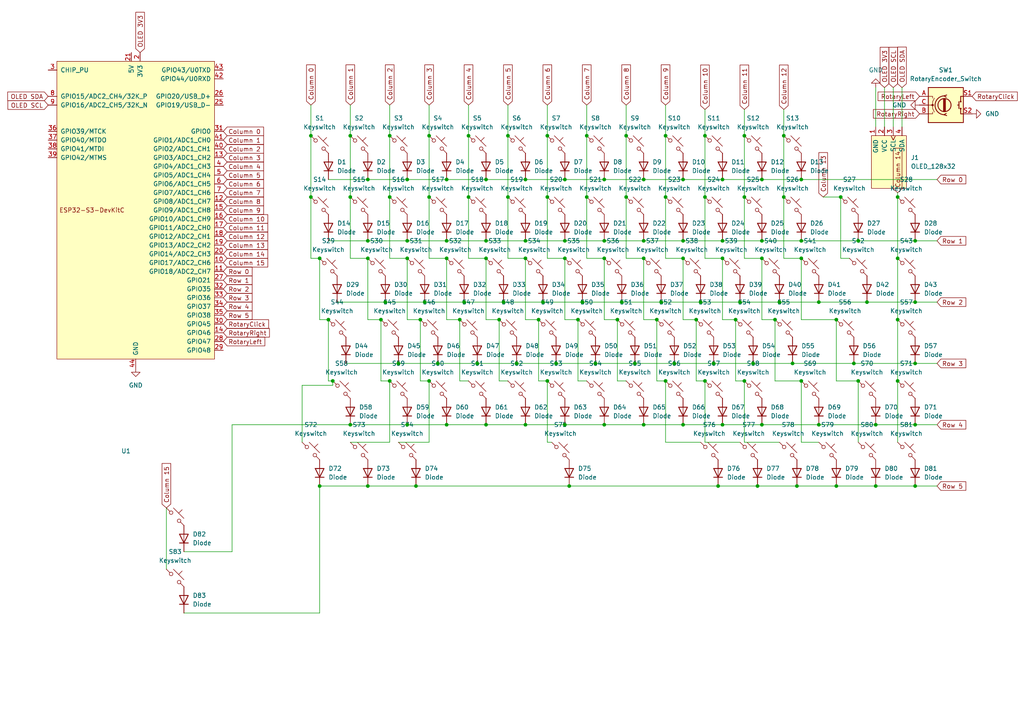
<source format=kicad_sch>
(kicad_sch (version 20250114) (generator "eeschema") (generator_version "9.0")
  (paper "A4")
  (junction (at 140.97 123.19))
  (junction (at 147.32 39.37))
  (junction (at 90.17 39.37))
  (junction (at 175.26 74.93))
  (junction (at 220.98 52.07))
  (junction (at 135.89 57.15))
  (junction (at 165.1 140.97))
  (junction (at 186.69 69.85))
  (junction (at 265.43 123.19))
  (junction (at 220.98 123.19))
  (junction (at 124.46 39.37))
  (junction (at 96.52 110.49))
  (junction (at 179.07 92.71))
  (junction (at 193.04 110.49))
  (junction (at 135.89 39.37))
  (junction (at 232.41 110.49))
  (junction (at 152.4 74.93))
  (junction (at 203.2 87.63))
  (junction (at 101.6 39.37))
  (junction (at 172.72 105.41))
  (junction (at 146.05 87.63))
  (junction (at 133.35 92.71))
  (junction (at 152.4 52.07))
  (junction (at 124.46 110.49))
  (junction (at 113.03 39.37))
  (junction (at 232.41 52.07))
  (junction (at 220.98 69.85))
  (junction (at 248.92 110.49))
  (junction (at 140.97 74.93))
  (junction (at 118.11 69.85))
  (junction (at 129.54 123.19))
  (junction (at 184.15 105.41))
  (junction (at 163.83 123.19))
  (junction (at 129.54 52.07))
  (junction (at 152.4 123.19))
  (junction (at 215.9 39.37))
  (junction (at 163.83 69.85))
  (junction (at 175.26 69.85))
  (junction (at 186.69 52.07))
  (junction (at 106.68 74.93))
  (junction (at 207.01 105.41))
  (junction (at 198.12 123.19))
  (junction (at 237.49 87.63))
  (junction (at 237.49 123.19))
  (junction (at 209.55 52.07))
  (junction (at 226.06 87.63))
  (junction (at 242.57 140.97))
  (junction (at 95.25 92.71))
  (junction (at 168.91 87.63))
  (junction (at 209.55 69.85))
  (junction (at 260.35 74.93))
  (junction (at 115.57 105.41))
  (junction (at 175.26 123.19))
  (junction (at 220.98 74.93))
  (junction (at 204.47 110.49))
  (junction (at 161.29 105.41))
  (junction (at 101.6 57.15))
  (junction (at 149.86 105.41))
  (junction (at 229.87 105.41))
  (junction (at 92.71 74.93))
  (junction (at 204.47 57.15))
  (junction (at 204.47 39.37))
  (junction (at 265.43 140.97))
  (junction (at 170.18 39.37))
  (junction (at 201.93 92.71))
  (junction (at 209.55 74.93))
  (junction (at 101.6 123.19))
  (junction (at 232.41 74.93))
  (junction (at 180.34 87.63))
  (junction (at 193.04 57.15))
  (junction (at 124.46 57.15))
  (junction (at 198.12 69.85))
  (junction (at 248.92 69.85))
  (junction (at 111.76 87.63))
  (junction (at 247.65 105.41))
  (junction (at 158.75 39.37))
  (junction (at 90.17 57.15))
  (junction (at 251.46 87.63))
  (junction (at 106.68 140.97))
  (junction (at 134.62 87.63))
  (junction (at 265.43 69.85))
  (junction (at 218.44 105.41))
  (junction (at 118.11 74.93))
  (junction (at 106.68 69.85))
  (junction (at 191.77 87.63))
  (junction (at 123.19 87.63))
  (junction (at 242.57 92.71))
  (junction (at 254 123.19))
  (junction (at 213.36 92.71))
  (junction (at 129.54 69.85))
  (junction (at 120.65 140.97))
  (junction (at 227.33 57.15))
  (junction (at 157.48 87.63))
  (junction (at 260.35 92.71))
  (junction (at 224.79 92.71))
  (junction (at 215.9 110.49))
  (junction (at 208.28 140.97))
  (junction (at 106.68 52.07))
  (junction (at 265.43 87.63))
  (junction (at 254 140.97))
  (junction (at 113.03 57.15))
  (junction (at 163.83 52.07))
  (junction (at 215.9 57.15))
  (junction (at 265.43 105.41))
  (junction (at 158.75 57.15))
  (junction (at 152.4 69.85))
  (junction (at 243.84 57.15))
  (junction (at 170.18 57.15))
  (junction (at 214.63 87.63))
  (junction (at 175.26 52.07))
  (junction (at 209.55 123.19))
  (junction (at 195.58 105.41))
  (junction (at 110.49 92.71))
  (junction (at 127 105.41))
  (junction (at 92.71 140.97))
  (junction (at 186.69 123.19))
  (junction (at 181.61 39.37))
  (junction (at 121.92 92.71))
  (junction (at 118.11 123.19))
  (junction (at 156.21 92.71))
  (junction (at 186.69 74.93))
  (junction (at 198.12 52.07))
  (junction (at 158.75 110.49))
  (junction (at 198.12 74.93))
  (junction (at 181.61 57.15))
  (junction (at 163.83 74.93))
  (junction (at 231.14 140.97))
  (junction (at 232.41 69.85))
  (junction (at 147.32 57.15))
  (junction (at 118.11 52.07))
  (junction (at 129.54 74.93))
  (junction (at 260.35 110.49))
  (junction (at 219.71 140.97))
  (junction (at 193.04 39.37))
  (junction (at 260.35 57.15))
  (junction (at 190.5 92.71))
  (junction (at 227.33 39.37))
  (junction (at 140.97 52.07))
  (junction (at 113.03 110.49))
  (junction (at 140.97 69.85))
  (junction (at 167.64 92.71))
  (junction (at 144.78 92.71))
  (junction (at 138.43 105.41))
  (wire (pts (xy 190.5 110.49) (xy 193.04 110.49)))
  (wire (pts (xy 198.12 92.71) (xy 201.93 92.71)))
  (wire (pts (xy 160.02 128.27) (xy 158.75 128.27)))
  (wire (pts (xy 260.35 92.71) (xy 260.35 110.49)))
  (wire (pts (xy 220.98 69.85) (xy 232.41 69.85)))
  (wire (pts (xy 220.98 52.07) (xy 232.41 52.07)))
  (wire (pts (xy 265.43 140.97) (xy 271.78 140.97)))
  (wire (pts (xy 156.21 110.49) (xy 158.75 110.49)))
  (wire (pts (xy 152.4 92.71) (xy 156.21 92.71)))
  (wire (pts (xy 124.46 39.37) (xy 124.46 57.15)))
  (wire (pts (xy 243.84 74.93) (xy 246.38 74.93)))
  (wire (pts (xy 172.72 105.41) (xy 184.15 105.41)))
  (wire (pts (xy 113.03 74.93) (xy 118.11 74.93)))
  (wire (pts (xy 167.64 92.71) (xy 167.64 110.49)))
  (wire (pts (xy 224.79 110.49) (xy 232.41 110.49)))
  (wire (pts (xy 179.07 92.71) (xy 179.07 110.49)))
  (wire (pts (xy 209.55 74.93) (xy 209.55 92.71)))
  (wire (pts (xy 118.11 69.85) (xy 129.54 69.85)))
  (wire (pts (xy 254 25.4) (xy 254 36.83)))
  (wire (pts (xy 242.57 92.71) (xy 242.57 110.49)))
  (wire (pts (xy 121.92 110.49) (xy 124.46 110.49)))
  (wire (pts (xy 227.33 57.15) (xy 227.33 74.93)))
  (wire (pts (xy 215.9 57.15) (xy 215.9 74.93)))
  (wire (pts (xy 170.18 57.15) (xy 170.18 74.93)))
  (wire (pts (xy 248.92 110.49) (xy 248.92 128.27)))
  (wire (pts (xy 113.03 110.49) (xy 113.03 128.27)))
  (wire (pts (xy 92.71 92.71) (xy 95.25 92.71)))
  (wire (pts (xy 167.64 110.49) (xy 170.18 110.49)))
  (wire (pts (xy 152.4 52.07) (xy 163.83 52.07)))
  (wire (pts (xy 242.57 110.49) (xy 248.92 110.49)))
  (wire (pts (xy 265.43 123.19) (xy 271.78 123.19)))
  (wire (pts (xy 158.75 128.27) (xy 158.75 110.49)))
  (wire (pts (xy 124.46 57.15) (xy 124.46 74.93)))
  (wire (pts (xy 242.57 140.97) (xy 254 140.97)))
  (wire (pts (xy 198.12 52.07) (xy 209.55 52.07)))
  (wire (pts (xy 147.32 74.93) (xy 152.4 74.93)))
  (wire (pts (xy 207.01 105.41) (xy 218.44 105.41)))
  (wire (pts (xy 186.69 74.93) (xy 186.69 92.71)))
  (wire (pts (xy 193.04 30.48) (xy 193.04 39.37)))
  (wire (pts (xy 232.41 52.07) (xy 271.78 52.07)))
  (wire (pts (xy 140.97 52.07) (xy 152.4 52.07)))
  (wire (pts (xy 113.03 30.48) (xy 113.03 39.37)))
  (wire (pts (xy 203.2 87.63) (xy 214.63 87.63)))
  (wire (pts (xy 101.6 74.93) (xy 106.68 74.93)))
  (wire (pts (xy 208.28 140.97) (xy 219.71 140.97)))
  (wire (pts (xy 100.33 105.41) (xy 115.57 105.41)))
  (wire (pts (xy 147.32 39.37) (xy 147.32 57.15)))
  (wire (pts (xy 113.03 39.37) (xy 113.03 57.15)))
  (wire (pts (xy 198.12 69.85) (xy 209.55 69.85)))
  (wire (pts (xy 152.4 74.93) (xy 152.4 92.71)))
  (wire (pts (xy 110.49 110.49) (xy 113.03 110.49)))
  (wire (pts (xy 184.15 105.41) (xy 195.58 105.41)))
  (wire (pts (xy 124.46 110.49) (xy 124.46 128.27)))
  (wire (pts (xy 251.46 87.63) (xy 265.43 87.63)))
  (wire (pts (xy 191.77 87.63) (xy 203.2 87.63)))
  (wire (pts (xy 215.9 110.49) (xy 215.9 128.27)))
  (wire (pts (xy 179.07 110.49) (xy 181.61 110.49)))
  (wire (pts (xy 215.9 39.37) (xy 215.9 57.15)))
  (wire (pts (xy 106.68 140.97) (xy 120.65 140.97)))
  (wire (pts (xy 175.26 74.93) (xy 175.26 92.71)))
  (wire (pts (xy 124.46 74.93) (xy 129.54 74.93)))
  (wire (pts (xy 97.79 87.63) (xy 111.76 87.63)))
  (wire (pts (xy 204.47 128.27) (xy 214.63 128.27)))
  (wire (pts (xy 193.04 74.93) (xy 198.12 74.93)))
  (wire (pts (xy 135.89 39.37) (xy 135.89 57.15)))
  (wire (pts (xy 259.08 25.4) (xy 259.08 36.83)))
  (wire (pts (xy 67.31 160.02) (xy 53.34 160.02)))
  (wire (pts (xy 138.43 105.41) (xy 149.86 105.41)))
  (wire (pts (xy 186.69 123.19) (xy 198.12 123.19)))
  (wire (pts (xy 118.11 74.93) (xy 118.11 92.71)))
  (wire (pts (xy 158.75 39.37) (xy 158.75 57.15)))
  (wire (pts (xy 265.43 69.85) (xy 271.78 69.85)))
  (wire (pts (xy 158.75 74.93) (xy 163.83 74.93)))
  (wire (pts (xy 219.71 140.97) (xy 231.14 140.97)))
  (wire (pts (xy 67.31 123.19) (xy 67.31 160.02)))
  (wire (pts (xy 133.35 92.71) (xy 133.35 110.49)))
  (wire (pts (xy 129.54 123.19) (xy 140.97 123.19)))
  (wire (pts (xy 201.93 92.71) (xy 201.93 110.49)))
  (wire (pts (xy 118.11 52.07) (xy 129.54 52.07)))
  (wire (pts (xy 156.21 92.71) (xy 156.21 110.49)))
  (wire (pts (xy 92.71 140.97) (xy 106.68 140.97)))
  (wire (pts (xy 129.54 92.71) (xy 133.35 92.71)))
  (wire (pts (xy 204.47 74.93) (xy 209.55 74.93)))
  (wire (pts (xy 163.83 92.71) (xy 167.64 92.71)))
  (wire (pts (xy 129.54 69.85) (xy 140.97 69.85)))
  (wire (pts (xy 209.55 69.85) (xy 220.98 69.85)))
  (wire (pts (xy 165.1 140.97) (xy 208.28 140.97)))
  (wire (pts (xy 95.25 110.49) (xy 96.52 110.49)))
  (wire (pts (xy 120.65 140.97) (xy 165.1 140.97)))
  (wire (pts (xy 254 123.19) (xy 265.43 123.19)))
  (wire (pts (xy 101.6 123.19) (xy 118.11 123.19)))
  (wire (pts (xy 106.68 52.07) (xy 118.11 52.07)))
  (wire (pts (xy 106.68 92.71) (xy 110.49 92.71)))
  (wire (pts (xy 134.62 87.63) (xy 146.05 87.63)))
  (wire (pts (xy 95.25 52.07) (xy 106.68 52.07)))
  (wire (pts (xy 170.18 39.37) (xy 170.18 57.15)))
  (wire (pts (xy 226.06 87.63) (xy 237.49 87.63)))
  (wire (pts (xy 140.97 123.19) (xy 152.4 123.19)))
  (wire (pts (xy 168.91 87.63) (xy 180.34 87.63)))
  (wire (pts (xy 124.46 128.27) (xy 115.57 128.27)))
  (wire (pts (xy 260.35 57.15) (xy 260.35 74.93)))
  (wire (pts (xy 214.63 87.63) (xy 226.06 87.63)))
  (wire (pts (xy 213.36 110.49) (xy 215.9 110.49)))
  (wire (pts (xy 215.9 74.93) (xy 220.98 74.93)))
  (wire (pts (xy 190.5 92.71) (xy 190.5 110.49)))
  (wire (pts (xy 232.41 69.85) (xy 248.92 69.85)))
  (wire (pts (xy 248.92 69.85) (xy 265.43 69.85)))
  (wire (pts (xy 106.68 69.85) (xy 118.11 69.85)))
  (wire (pts (xy 158.75 57.15) (xy 158.75 74.93)))
  (wire (pts (xy 232.41 92.71) (xy 242.57 92.71)))
  (wire (pts (xy 218.44 105.41) (xy 229.87 105.41)))
  (wire (pts (xy 265.43 105.41) (xy 271.78 105.41)))
  (wire (pts (xy 101.6 128.27) (xy 113.03 128.27)))
  (wire (pts (xy 224.79 92.71) (xy 224.79 110.49)))
  (wire (pts (xy 147.32 30.48) (xy 147.32 39.37)))
  (wire (pts (xy 186.69 92.71) (xy 190.5 92.71)))
  (wire (pts (xy 87.63 111.76) (xy 87.63 128.27)))
  (wire (pts (xy 87.63 111.76) (xy 96.52 111.76)))
  (wire (pts (xy 238.76 57.15) (xy 243.84 57.15)))
  (wire (pts (xy 106.68 74.93) (xy 106.68 92.71)))
  (wire (pts (xy 90.17 30.48) (xy 90.17 39.37)))
  (wire (pts (xy 232.41 74.93) (xy 232.41 92.71)))
  (wire (pts (xy 260.35 74.93) (xy 260.35 92.71)))
  (wire (pts (xy 101.6 39.37) (xy 101.6 57.15)))
  (wire (pts (xy 243.84 57.15) (xy 243.84 74.93)))
  (wire (pts (xy 186.69 52.07) (xy 198.12 52.07)))
  (wire (pts (xy 220.98 123.19) (xy 237.49 123.19)))
  (wire (pts (xy 181.61 39.37) (xy 181.61 57.15)))
  (wire (pts (xy 181.61 30.48) (xy 181.61 39.37)))
  (wire (pts (xy 110.49 92.71) (xy 110.49 110.49)))
  (wire (pts (xy 163.83 123.19) (xy 175.26 123.19)))
  (wire (pts (xy 90.17 74.93) (xy 92.71 74.93)))
  (wire (pts (xy 181.61 57.15) (xy 181.61 74.93)))
  (wire (pts (xy 195.58 105.41) (xy 207.01 105.41)))
  (wire (pts (xy 140.97 92.71) (xy 144.78 92.71)))
  (wire (pts (xy 163.83 69.85) (xy 175.26 69.85)))
  (wire (pts (xy 220.98 92.71) (xy 224.79 92.71)))
  (wire (pts (xy 193.04 110.49) (xy 193.04 128.27)))
  (wire (pts (xy 129.54 52.07) (xy 140.97 52.07)))
  (wire (pts (xy 220.98 74.93) (xy 220.98 92.71)))
  (wire (pts (xy 133.35 110.49) (xy 135.89 110.49)))
  (wire (pts (xy 193.04 128.27) (xy 203.2 128.27)))
  (wire (pts (xy 232.41 110.49) (xy 232.41 128.27)))
  (wire (pts (xy 124.46 30.48) (xy 124.46 39.37)))
  (wire (pts (xy 101.6 30.48) (xy 101.6 39.37)))
  (wire (pts (xy 157.48 87.63) (xy 168.91 87.63)))
  (wire (pts (xy 229.87 105.41) (xy 247.65 105.41)))
  (wire (pts (xy 90.17 57.15) (xy 90.17 74.93)))
  (wire (pts (xy 123.19 87.63) (xy 134.62 87.63)))
  (wire (pts (xy 152.4 123.19) (xy 163.83 123.19)))
  (wire (pts (xy 198.12 74.93) (xy 198.12 92.71)))
  (wire (pts (xy 201.93 110.49) (xy 204.47 110.49)))
  (wire (pts (xy 92.71 74.93) (xy 92.71 92.71)))
  (wire (pts (xy 265.43 87.63) (xy 271.78 87.63)))
  (wire (pts (xy 254 140.97) (xy 265.43 140.97)))
  (wire (pts (xy 204.47 39.37) (xy 204.47 57.15)))
  (wire (pts (xy 118.11 123.19) (xy 129.54 123.19)))
  (wire (pts (xy 140.97 74.93) (xy 140.97 92.71)))
  (wire (pts (xy 127 105.41) (xy 138.43 105.41)))
  (wire (pts (xy 135.89 57.15) (xy 135.89 74.93)))
  (wire (pts (xy 144.78 110.49) (xy 147.32 110.49)))
  (wire (pts (xy 92.71 177.8) (xy 53.34 177.8)))
  (wire (pts (xy 215.9 128.27) (xy 226.06 128.27)))
  (wire (pts (xy 175.26 69.85) (xy 186.69 69.85)))
  (wire (pts (xy 204.47 31.75) (xy 204.47 39.37)))
  (wire (pts (xy 261.62 25.4) (xy 261.62 36.83)))
  (wire (pts (xy 121.92 92.71) (xy 121.92 110.49)))
  (wire (pts (xy 158.75 30.48) (xy 158.75 39.37)))
  (wire (pts (xy 140.97 69.85) (xy 152.4 69.85)))
  (wire (pts (xy 161.29 105.41) (xy 172.72 105.41)))
  (wire (pts (xy 163.83 74.93) (xy 163.83 92.71)))
  (wire (pts (xy 135.89 74.93) (xy 140.97 74.93)))
  (wire (pts (xy 111.76 87.63) (xy 123.19 87.63)))
  (wire (pts (xy 95.25 92.71) (xy 95.25 110.49)))
  (wire (pts (xy 163.83 52.07) (xy 175.26 52.07)))
  (wire (pts (xy 237.49 87.63) (xy 251.46 87.63)))
  (wire (pts (xy 256.54 25.4) (xy 256.54 36.83)))
  (wire (pts (xy 146.05 87.63) (xy 157.48 87.63)))
  (wire (pts (xy 147.32 57.15) (xy 147.32 74.93)))
  (wire (pts (xy 149.86 105.41) (xy 161.29 105.41)))
  (wire (pts (xy 101.6 57.15) (xy 101.6 74.93)))
  (wire (pts (xy 170.18 30.48) (xy 170.18 39.37)))
  (wire (pts (xy 209.55 123.19) (xy 220.98 123.19)))
  (wire (pts (xy 213.36 92.71) (xy 213.36 110.49)))
  (wire (pts (xy 204.47 57.15) (xy 204.47 74.93)))
  (wire (pts (xy 129.54 74.93) (xy 129.54 92.71)))
  (wire (pts (xy 180.34 87.63) (xy 191.77 87.63)))
  (wire (pts (xy 170.18 74.93) (xy 175.26 74.93)))
  (wire (pts (xy 113.03 57.15) (xy 113.03 74.93)))
  (wire (pts (xy 186.69 69.85) (xy 198.12 69.85)))
  (wire (pts (xy 204.47 110.49) (xy 204.47 128.27)))
  (wire (pts (xy 227.33 74.93) (xy 232.41 74.93)))
  (wire (pts (xy 101.6 123.19) (xy 67.31 123.19)))
  (wire (pts (xy 232.41 128.27) (xy 237.49 128.27)))
  (wire (pts (xy 118.11 92.71) (xy 121.92 92.71)))
  (wire (pts (xy 152.4 69.85) (xy 163.83 69.85)))
  (wire (pts (xy 237.49 123.19) (xy 254 123.19)))
  (wire (pts (xy 95.25 69.85) (xy 106.68 69.85)))
  (wire (pts (xy 96.52 111.76) (xy 96.52 110.49)))
  (wire (pts (xy 247.65 105.41) (xy 265.43 105.41)))
  (wire (pts (xy 260.35 110.49) (xy 260.35 128.27)))
  (wire (pts (xy 175.26 52.07) (xy 186.69 52.07)))
  (wire (pts (xy 175.26 92.71) (xy 179.07 92.71)))
  (wire (pts (xy 92.71 140.97) (xy 92.71 177.8)))
  (wire (pts (xy 144.78 92.71) (xy 144.78 110.49)))
  (wire (pts (xy 181.61 74.93) (xy 186.69 74.93)))
  (wire (pts (xy 135.89 30.48) (xy 135.89 39.37)))
  (wire (pts (xy 175.26 123.19) (xy 186.69 123.19)))
  (wire (pts (xy 209.55 92.71) (xy 213.36 92.71)))
  (wire (pts (xy 48.26 147.32) (xy 48.26 165.1)))
  (wire (pts (xy 227.33 31.75) (xy 227.33 39.37)))
  (wire (pts (xy 227.33 39.37) (xy 227.33 57.15)))
  (wire (pts (xy 231.14 140.97) (xy 242.57 140.97)))
  (wire (pts (xy 193.04 57.15) (xy 193.04 74.93)))
  (wire (pts (xy 115.57 105.41) (xy 127 105.41)))
  (wire (pts (xy 215.9 31.75) (xy 215.9 39.37)))
  (wire (pts (xy 260.35 55.88) (xy 260.35 57.15)))
  (wire (pts (xy 198.12 123.19) (xy 209.55 123.19)))
  (wire (pts (xy 209.55 52.07) (xy 220.98 52.07)))
  (wire (pts (xy 193.04 39.37) (xy 193.04 57.15)))
  (wire (pts (xy 90.17 39.37) (xy 90.17 57.15)))
  (global_label "RotaryClick" (shape input) (at 281.94 27.94 0) (property "Intersheetrefs" "${INTERSHEET_REFS}" (effects (hide yes))))
  (global_label "Row 2" (shape input) (at 271.78 87.63 0) (property "Intersheetrefs" "${INTERSHEET_REFS}" (effects (hide yes))))
  (global_label "Column 0" (shape input) (at 64.77 38.1 0) (property "Intersheetrefs" "${INTERSHEET_REFS}" (effects (hide yes))))
  (global_label "Row 2" (shape input) (at 64.77 83.82 0) (property "Intersheetrefs" "${INTERSHEET_REFS}" (effects (hide yes))))
  (global_label "Column 12" (shape input) (at 227.33 31.75 90) (property "Intersheetrefs" "${INTERSHEET_REFS}" (effects (hide yes))))
  (global_label "Column 11" (shape input) (at 215.9 31.75 90) (property "Intersheetrefs" "${INTERSHEET_REFS}" (effects (hide yes))))
  (global_label "Column 7" (shape input) (at 170.18 30.48 90) (property "Intersheetrefs" "${INTERSHEET_REFS}" (effects (hide yes))))
  (global_label "Row 4" (shape input) (at 64.77 88.9 0) (property "Intersheetrefs" "${INTERSHEET_REFS}" (effects (hide yes))))
  (global_label "RotaryLeft" (shape input) (at 64.77 99.06 0) (property "Intersheetrefs" "${INTERSHEET_REFS}" (effects (hide yes))))
  (global_label "Column 9" (shape input) (at 64.77 60.96 0) (property "Intersheetrefs" "${INTERSHEET_REFS}" (effects (hide yes))))
  (global_label "RotaryLeft" (shape input) (at 266.7 27.94 180) (property "Intersheetrefs" "${INTERSHEET_REFS}" (effects (hide yes))))
  (global_label "Row 3" (shape input) (at 271.78 105.41 0) (property "Intersheetrefs" "${INTERSHEET_REFS}" (effects (hide yes))))
  (global_label "OLED SCL" (shape input) (at 259.08 25.4 90) (property "Intersheetrefs" "${INTERSHEET_REFS}" (effects (hide yes))))
  (global_label "Column 15" (shape input) (at 64.77 76.2 0) (property "Intersheetrefs" "${INTERSHEET_REFS}" (effects (hide yes))))
  (global_label "Column 0" (shape input) (at 90.17 30.48 90) (property "Intersheetrefs" "${INTERSHEET_REFS}" (effects (hide yes))))
  (global_label "RotaryClick" (shape input) (at 64.77 93.98 0) (property "Intersheetrefs" "${INTERSHEET_REFS}" (effects (hide yes))))
  (global_label "Column 9" (shape input) (at 193.04 30.48 90) (property "Intersheetrefs" "${INTERSHEET_REFS}" (effects (hide yes))))
  (global_label "OLED SDA" (shape input) (at 13.97 27.94 180) (property "Intersheetrefs" "${INTERSHEET_REFS}" (effects (hide yes))))
  (global_label "Column 7" (shape input) (at 64.77 55.88 0) (property "Intersheetrefs" "${INTERSHEET_REFS}" (effects (hide yes))))
  (global_label "Column 13" (shape input) (at 238.76 57.15 90) (property "Intersheetrefs" "${INTERSHEET_REFS}" (effects (hide yes))))
  (global_label "Column 13" (shape input) (at 64.77 71.12 0) (property "Intersheetrefs" "${INTERSHEET_REFS}" (effects (hide yes))))
  (global_label "Column 4" (shape input) (at 135.89 30.48 90) (property "Intersheetrefs" "${INTERSHEET_REFS}" (effects (hide yes))))
  (global_label "Column 1" (shape input) (at 101.6 30.48 90) (property "Intersheetrefs" "${INTERSHEET_REFS}" (effects (hide yes))))
  (global_label "Column 12" (shape input) (at 64.77 68.58 0) (property "Intersheetrefs" "${INTERSHEET_REFS}" (effects (hide yes))))
  (global_label "Column 5" (shape input) (at 147.32 30.48 90) (property "Intersheetrefs" "${INTERSHEET_REFS}" (effects (hide yes))))
  (global_label "OLED SCL" (shape input) (at 13.97 30.48 180) (property "Intersheetrefs" "${INTERSHEET_REFS}" (effects (hide yes))))
  (global_label "Column 15" (shape input) (at 48.26 147.32 90) (property "Intersheetrefs" "${INTERSHEET_REFS}" (effects (hide yes))))
  (global_label "Row 4" (shape input) (at 271.78 123.19 0) (property "Intersheetrefs" "${INTERSHEET_REFS}" (effects (hide yes))))
  (global_label "OLED 3V3" (shape input) (at 40.64 15.24 90) (property "Intersheetrefs" "${INTERSHEET_REFS}" (effects (hide yes))))
  (global_label "Column 2" (shape input) (at 64.77 43.18 0) (property "Intersheetrefs" "${INTERSHEET_REFS}" (effects (hide yes))))
  (global_label "Column 8" (shape input) (at 64.77 58.42 0) (property "Intersheetrefs" "${INTERSHEET_REFS}" (effects (hide yes))))
  (global_label "Column 11" (shape input) (at 64.77 66.04 0) (property "Intersheetrefs" "${INTERSHEET_REFS}" (effects (hide yes))))
  (global_label "Column 2" (shape input) (at 113.03 30.48 90) (property "Intersheetrefs" "${INTERSHEET_REFS}" (effects (hide yes))))
  (global_label "Row 3" (shape input) (at 64.77 86.36 0) (property "Intersheetrefs" "${INTERSHEET_REFS}" (effects (hide yes))))
  (global_label "Column 14" (shape input) (at 260.35 55.88 90) (property "Intersheetrefs" "${INTERSHEET_REFS}" (effects (hide yes))))
  (global_label "Row 1" (shape input) (at 271.78 69.85 0) (property "Intersheetrefs" "${INTERSHEET_REFS}" (effects (hide yes))))
  (global_label "Column 4" (shape input) (at 64.77 48.26 0) (property "Intersheetrefs" "${INTERSHEET_REFS}" (effects (hide yes))))
  (global_label "Column 3" (shape input) (at 124.46 30.48 90) (property "Intersheetrefs" "${INTERSHEET_REFS}" (effects (hide yes))))
  (global_label "Column 6" (shape input) (at 64.77 53.34 0) (property "Intersheetrefs" "${INTERSHEET_REFS}" (effects (hide yes))))
  (global_label "OLED 3V3" (shape input) (at 256.54 25.4 90) (property "Intersheetrefs" "${INTERSHEET_REFS}" (effects (hide yes))))
  (global_label "Column 5" (shape input) (at 64.77 50.8 0) (property "Intersheetrefs" "${INTERSHEET_REFS}" (effects (hide yes))))
  (global_label "Column 10" (shape input) (at 204.47 31.75 90) (property "Intersheetrefs" "${INTERSHEET_REFS}" (effects (hide yes))))
  (global_label "Row 0" (shape input) (at 64.77 78.74 0) (property "Intersheetrefs" "${INTERSHEET_REFS}" (effects (hide yes))))
  (global_label "Column 8" (shape input) (at 181.61 30.48 90) (property "Intersheetrefs" "${INTERSHEET_REFS}" (effects (hide yes))))
  (global_label "Row 5" (shape input) (at 271.78 140.97 0) (property "Intersheetrefs" "${INTERSHEET_REFS}" (effects (hide yes))))
  (global_label "Column 6" (shape input) (at 158.75 30.48 90) (property "Intersheetrefs" "${INTERSHEET_REFS}" (effects (hide yes))))
  (global_label "Column 1" (shape input) (at 64.77 40.64 0) (property "Intersheetrefs" "${INTERSHEET_REFS}" (effects (hide yes))))
  (global_label "Row 5" (shape input) (at 64.77 91.44 0) (property "Intersheetrefs" "${INTERSHEET_REFS}" (effects (hide yes))))
  (global_label "Column 14" (shape input) (at 64.77 73.66 0) (property "Intersheetrefs" "${INTERSHEET_REFS}" (effects (hide yes))))
  (global_label "OLED SDA" (shape input) (at 261.62 25.4 90) (property "Intersheetrefs" "${INTERSHEET_REFS}" (effects (hide yes))))
  (global_label "RotaryRight" (shape input) (at 64.77 96.52 0) (property "Intersheetrefs" "${INTERSHEET_REFS}" (effects (hide yes))))
  (global_label "RotaryRight" (shape input) (at 266.7 33.02 180) (property "Intersheetrefs" "${INTERSHEET_REFS}" (effects (hide yes))))
  (global_label "Row 1" (shape input) (at 64.77 81.28 0) (property "Intersheetrefs" "${INTERSHEET_REFS}" (effects (hide yes))))
  (global_label "Column 3" (shape input) (at 64.77 45.72 0) (property "Intersheetrefs" "${INTERSHEET_REFS}" (effects (hide yes))))
  (global_label "Column 10" (shape input) (at 64.77 63.5 0) (property "Intersheetrefs" "${INTERSHEET_REFS}" (effects (hide yes))))
  (global_label "Row 0" (shape input) (at 271.78 52.07 0) (property "Intersheetrefs" "${INTERSHEET_REFS}" (effects (hide yes))))
  (symbol (lib_id "ScottoKeebs:Placeholder_Diode") (at 165.1 137.16 90) (unit 1)
    (property "Reference" "D75" (at 167.64 135.8899 90) (effects (justify right)))
    (property "Value" "Diode" (at 167.64 138.4299 90) (effects (justify right)))
    (property "Footprint" "ScottoKeebs_Components:Diode_DO-35" (effects (hide yes)))
    (property "Description" "1N4148 (DO-35) or 1N4148W (SOD-123)" (effects (hide yes)))
    (property "Sim.Device" "D" (effects (hide yes)))
    (property "Sim.Pins" "1=K 2=A" (effects (hide yes)))
  )
  (symbol (lib_id "ScottoKeebs:Placeholder_Diode") (at 232.41 66.04 90) (unit 1)
    (property "Reference" "D26" (at 234.95 64.7699 90) (effects (justify right)))
    (property "Value" "Diode" (at 234.95 67.3099 90) (effects (justify right)))
    (property "Footprint" "ScottoKeebs_Components:Diode_DO-35" (effects (hide yes)))
    (property "Description" "1N4148 (DO-35) or 1N4148W (SOD-123)" (effects (hide yes)))
    (property "Sim.Device" "D" (effects (hide yes)))
    (property "Sim.Pins" "1=K 2=A" (effects (hide yes)))
  )
  (symbol (lib_id "ScottoKeebs:Placeholder_Diode") (at 100.33 101.6 90) (unit 1)
    (property "Reference" "D44" (at 102.87 100.3299 90) (effects (justify right)))
    (property "Value" "Diode" (at 102.87 102.8699 90) (effects (justify right)))
    (property "Footprint" "ScottoKeebs_Components:Diode_DO-35" (effects (hide yes)))
    (property "Description" "1N4148 (DO-35) or 1N4148W (SOD-123)" (effects (hide yes)))
    (property "Sim.Device" "D" (effects (hide yes)))
    (property "Sim.Pins" "1=K 2=A" (effects (hide yes)))
  )
  (symbol (lib_id "ScottoKeebs:Placeholder_Diode") (at 184.15 101.6 90) (unit 1)
    (property "Reference" "D51" (at 186.69 100.3299 90) (effects (justify right)))
    (property "Value" "Diode" (at 186.69 102.8699 90) (effects (justify right)))
    (property "Footprint" "ScottoKeebs_Components:Diode_DO-35" (effects (hide yes)))
    (property "Description" "1N4148 (DO-35) or 1N4148W (SOD-123)" (effects (hide yes)))
    (property "Sim.Device" "D" (effects (hide yes)))
    (property "Sim.Pins" "1=K 2=A" (effects (hide yes)))
  )
  (symbol (lib_id "ScottoKeebs:Placeholder_Diode") (at 161.29 101.6 90) (unit 1)
    (property "Reference" "D49" (at 163.83 100.3299 90) (effects (justify right)))
    (property "Value" "Diode" (at 163.83 102.8699 90) (effects (justify right)))
    (property "Footprint" "ScottoKeebs_Components:Diode_DO-35" (effects (hide yes)))
    (property "Description" "1N4148 (DO-35) or 1N4148W (SOD-123)" (effects (hide yes)))
    (property "Sim.Device" "D" (effects (hide yes)))
    (property "Sim.Pins" "1=K 2=A" (effects (hide yes)))
  )
  (symbol (lib_id "ScottoKeebs:Placeholder_Keyswitch") (at 251.46 113.03 0) (unit 1)
    (property "Reference" "S70" (at 251.46 105.41 0))
    (property "Value" "Keyswitch" (at 251.46 107.95 0))
    (property "Footprint" "ScottoKeebs_Hotswap:Hotswap_MX_1.00u" (effects (hide yes)))
    (property "Description" "Push button switch, normally open, two pins, 45° tilted" (effects (hide yes)))
  )
  (symbol (lib_id "ScottoKeebs:Placeholder_Keyswitch") (at 138.43 59.69 0) (unit 1)
    (property "Reference" "S18" (at 138.43 52.07 0))
    (property "Value" "Keyswitch" (at 138.43 54.61 0))
    (property "Footprint" "ScottoKeebs_Hotswap:Hotswap_MX_1.00u" (effects (hide yes)))
    (property "Description" "Push button switch, normally open, two pins, 45° tilted" (effects (hide yes)))
  )
  (symbol (lib_id "ScottoKeebs:Placeholder_Diode") (at 111.76 83.82 90) (unit 1)
    (property "Reference" "D30" (at 114.3 82.5499 90) (effects (justify right)))
    (property "Value" "Diode" (at 114.3 85.0899 90) (effects (justify right)))
    (property "Footprint" "ScottoKeebs_Components:Diode_DO-35" (effects (hide yes)))
    (property "Description" "1N4148 (DO-35) or 1N4148W (SOD-123)" (effects (hide yes)))
    (property "Sim.Device" "D" (effects (hide yes)))
    (property "Sim.Pins" "1=K 2=A" (effects (hide yes)))
  )
  (symbol (lib_id "ScottoKeebs:Placeholder_Diode") (at 152.4 48.26 90) (unit 1)
    (property "Reference" "D6" (at 154.94 46.9899 90) (effects (justify right)))
    (property "Value" "Diode" (at 154.94 49.5299 90) (effects (justify right)))
    (property "Footprint" "ScottoKeebs_Components:Diode_DO-35" (effects (hide yes)))
    (property "Description" "1N4148 (DO-35) or 1N4148W (SOD-123)" (effects (hide yes)))
    (property "Sim.Device" "D" (effects (hide yes)))
    (property "Sim.Pins" "1=K 2=A" (effects (hide yes)))
  )
  (symbol (lib_id "ScottoKeebs:Placeholder_Keyswitch") (at 240.03 130.81 0) (unit 1)
    (property "Reference" "S79" (at 240.03 123.19 0))
    (property "Value" "Keyswitch" (at 240.03 125.73 0))
    (property "Footprint" "ScottoKeebs_Hotswap:Hotswap_MX_1.00u" (effects (hide yes)))
    (property "Description" "Push button switch, normally open, two pins, 45° tilted" (effects (hide yes)))
  )
  (symbol (lib_id "ScottoKeebs:Placeholder_Diode") (at 220.98 119.38 90) (unit 1)
    (property "Reference" "D68" (at 223.52 118.1099 90) (effects (justify right)))
    (property "Value" "Diode" (at 223.52 120.6499 90) (effects (justify right)))
    (property "Footprint" "ScottoKeebs_Components:Diode_DO-35" (effects (hide yes)))
    (property "Description" "1N4148 (DO-35) or 1N4148W (SOD-123)" (effects (hide yes)))
    (property "Sim.Device" "D" (effects (hide yes)))
    (property "Sim.Pins" "1=K 2=A" (effects (hide yes)))
  )
  (symbol (lib_id "ScottoKeebs:Placeholder_Diode") (at 152.4 119.38 90) (unit 1)
    (property "Reference" "D62" (at 154.94 118.1099 90) (effects (justify right)))
    (property "Value" "Diode" (at 154.94 120.6499 90) (effects (justify right)))
    (property "Footprint" "ScottoKeebs_Components:Diode_DO-35" (effects (hide yes)))
    (property "Description" "1N4148 (DO-35) or 1N4148W (SOD-123)" (effects (hide yes)))
    (property "Sim.Device" "D" (effects (hide yes)))
    (property "Sim.Pins" "1=K 2=A" (effects (hide yes)))
  )
  (symbol (lib_id "ScottoKeebs:Placeholder_Keyswitch") (at 161.29 59.69 0) (unit 1)
    (property "Reference" "S20" (at 161.29 52.07 0))
    (property "Value" "Keyswitch" (at 161.29 54.61 0))
    (property "Footprint" "ScottoKeebs_Hotswap:Hotswap_MX_1.00u" (effects (hide yes)))
    (property "Description" "Push button switch, normally open, two pins, 45° tilted" (effects (hide yes)))
  )
  (symbol (lib_id "ScottoKeebs:Placeholder_Diode") (at 129.54 48.26 90) (unit 1)
    (property "Reference" "D4" (at 132.08 46.9899 90) (effects (justify right)))
    (property "Value" "Diode" (at 132.08 49.5299 90) (effects (justify right)))
    (property "Footprint" "ScottoKeebs_Components:Diode_DO-35" (effects (hide yes)))
    (property "Description" "1N4148 (DO-35) or 1N4148W (SOD-123)" (effects (hide yes)))
    (property "Sim.Device" "D" (effects (hide yes)))
    (property "Sim.Pins" "1=K 2=A" (effects (hide yes)))
  )
  (symbol (lib_id "ScottoKeebs:Placeholder_Keyswitch") (at 138.43 41.91 0) (unit 1)
    (property "Reference" "S5" (at 138.43 34.29 0))
    (property "Value" "Keyswitch" (at 138.43 36.83 0))
    (property "Footprint" "ScottoKeebs_Hotswap:Hotswap_MX_1.00u" (effects (hide yes)))
    (property "Description" "Push button switch, normally open, two pins, 45° tilted" (effects (hide yes)))
  )
  (symbol (lib_id "ScottoKeebs:Placeholder_Keyswitch") (at 262.89 77.47 0) (unit 1)
    (property "Reference" "S43" (at 262.89 69.85 0))
    (property "Value" "Keyswitch" (at 262.89 72.39 0))
    (property "Footprint" "ScottoKeebs_Hotswap:Hotswap_MX_1.00u" (effects (hide yes)))
    (property "Description" "Push button switch, normally open, two pins, 45° tilted" (effects (hide yes)))
  )
  (symbol (lib_id "ScottoKeebs:Placeholder_Keyswitch") (at 195.58 41.91 0) (unit 1)
    (property "Reference" "S10" (at 195.58 34.29 0))
    (property "Value" "Keyswitch" (at 195.58 36.83 0))
    (property "Footprint" "ScottoKeebs_Hotswap:Hotswap_MX_1.00u" (effects (hide yes)))
    (property "Description" "Push button switch, normally open, two pins, 45° tilted" (effects (hide yes)))
  )
  (symbol (lib_id "power:GND") (at 254 25.4 180) (unit 1)
    (property "Reference" "#PWR01" (effects (hide yes)))
    (property "Value" "GND" (at 254 20.32 0))
    (property "Description" "Power symbol creates a global label with name \"GND\" , ground" (effects (hide yes)))
  )
  (symbol (lib_id "ScottoKeebs:Placeholder_Diode") (at 198.12 48.26 90) (unit 1)
    (property "Reference" "D10" (at 200.66 46.9899 90) (effects (justify right)))
    (property "Value" "Diode" (at 200.66 49.5299 90) (effects (justify right)))
    (property "Footprint" "ScottoKeebs_Components:Diode_DO-35" (effects (hide yes)))
    (property "Description" "1N4148 (DO-35) or 1N4148W (SOD-123)" (effects (hide yes)))
    (property "Sim.Device" "D" (effects (hide yes)))
    (property "Sim.Pins" "1=K 2=A" (effects (hide yes)))
  )
  (symbol (lib_id "ScottoKeebs:Placeholder_Diode") (at 186.69 48.26 90) (unit 1)
    (property "Reference" "D9" (at 189.23 46.9899 90) (effects (justify right)))
    (property "Value" "Diode" (at 189.23 49.5299 90) (effects (justify right)))
    (property "Footprint" "ScottoKeebs_Components:Diode_DO-35" (effects (hide yes)))
    (property "Description" "1N4148 (DO-35) or 1N4148W (SOD-123)" (effects (hide yes)))
    (property "Sim.Device" "D" (effects (hide yes)))
    (property "Sim.Pins" "1=K 2=A" (effects (hide yes)))
  )
  (symbol (lib_id "ScottoKeebs:Placeholder_Diode") (at 207.01 101.6 90) (unit 1)
    (property "Reference" "D53" (at 209.55 100.3299 90) (effects (justify right)))
    (property "Value" "Diode" (at 209.55 102.8699 90) (effects (justify right)))
    (property "Footprint" "ScottoKeebs_Components:Diode_DO-35" (effects (hide yes)))
    (property "Description" "1N4148 (DO-35) or 1N4148W (SOD-123)" (effects (hide yes)))
    (property "Sim.Device" "D" (effects (hide yes)))
    (property "Sim.Pins" "1=K 2=A" (effects (hide yes)))
  )
  (symbol (lib_id "ScottoKeebs:Placeholder_Diode") (at 209.55 66.04 90) (unit 1)
    (property "Reference" "D24" (at 212.09 64.7699 90) (effects (justify right)))
    (property "Value" "Diode" (at 212.09 67.3099 90) (effects (justify right)))
    (property "Footprint" "ScottoKeebs_Components:Diode_DO-35" (effects (hide yes)))
    (property "Description" "1N4148 (DO-35) or 1N4148W (SOD-123)" (effects (hide yes)))
    (property "Sim.Device" "D" (effects (hide yes)))
    (property "Sim.Pins" "1=K 2=A" (effects (hide yes)))
  )
  (symbol (lib_id "power:GND") (at 266.7 30.48 270) (unit 1)
    (property "Reference" "#PWR02" (effects (hide yes)))
    (property "Value" "GND" (at 262.89 30.4799 90) (effects (justify right)))
    (property "Description" "Power symbol creates a global label with name \"GND\" , ground" (effects (hide yes)))
  )
  (symbol (lib_id "ScottoKeebs:Placeholder_Diode") (at 242.57 137.16 90) (unit 1)
    (property "Reference" "D79" (at 245.11 135.8899 90) (effects (justify right)))
    (property "Value" "Diode" (at 245.11 138.4299 90) (effects (justify right)))
    (property "Footprint" "ScottoKeebs_Components:Diode_DO-35" (effects (hide yes)))
    (property "Description" "1N4148 (DO-35) or 1N4148W (SOD-123)" (effects (hide yes)))
    (property "Sim.Device" "D" (effects (hide yes)))
    (property "Sim.Pins" "1=K 2=A" (effects (hide yes)))
  )
  (symbol (lib_id "ScottoKeebs:Placeholder_Keyswitch") (at 154.94 77.47 0) (unit 1)
    (property "Reference" "S34" (at 154.94 69.85 0))
    (property "Value" "Keyswitch" (at 154.94 72.39 0))
    (property "Footprint" "ScottoKeebs_Hotswap:Hotswap_MX_1.00u" (effects (hide yes)))
    (property "Description" "Push button switch, normally open, two pins, 45° tilted" (effects (hide yes)))
  )
  (symbol (lib_id "ScottoKeebs:Placeholder_Keyswitch") (at 104.14 130.81 0) (unit 1)
    (property "Reference" "S73" (at 104.14 123.19 0))
    (property "Value" "Keyswitch" (at 104.14 125.73 0))
    (property "Footprint" "ScottoKeebs_Hotswap:Hotswap_MX_1.25u" (effects (hide yes)))
    (property "Description" "Push button switch, normally open, two pins, 45° tilted" (effects (hide yes)))
  )
  (symbol (lib_id "ScottoKeebs:Placeholder_Keyswitch") (at 246.38 59.69 0) (unit 1)
    (property "Reference" "S27" (at 246.38 52.07 0))
    (property "Value" "Keyswitch" (at 246.38 54.61 0))
    (property "Footprint" "ScottoKeebs_Hotswap:Hotswap_MX_2.00u" (effects (hide yes)))
    (property "Description" "Push button switch, normally open, two pins, 45° tilted" (effects (hide yes)))
  )
  (symbol (lib_id "ScottoKeebs:Placeholder_Diode") (at 209.55 119.38 90) (unit 1)
    (property "Reference" "D67" (at 212.09 118.1099 90) (effects (justify right)))
    (property "Value" "Diode" (at 212.09 120.6499 90) (effects (justify right)))
    (property "Footprint" "ScottoKeebs_Components:Diode_DO-35" (effects (hide yes)))
    (property "Description" "1N4148 (DO-35) or 1N4148W (SOD-123)" (effects (hide yes)))
    (property "Sim.Device" "D" (effects (hide yes)))
    (property "Sim.Pins" "1=K 2=A" (effects (hide yes)))
  )
  (symbol (lib_id "ScottoKeebs:Placeholder_Keyswitch") (at 161.29 41.91 0) (unit 1)
    (property "Reference" "S7" (at 161.29 34.29 0))
    (property "Value" "Keyswitch" (at 161.29 36.83 0))
    (property "Footprint" "ScottoKeebs_Hotswap:Hotswap_MX_1.00u" (effects (hide yes)))
    (property "Description" "Push button switch, normally open, two pins, 45° tilted" (effects (hide yes)))
  )
  (symbol (lib_id "ScottoKeebs:Placeholder_Diode") (at 106.68 66.04 90) (unit 1)
    (property "Reference" "D15" (at 109.22 64.7699 90) (effects (justify right)))
    (property "Value" "Diode" (at 109.22 67.3099 90) (effects (justify right)))
    (property "Footprint" "ScottoKeebs_Components:Diode_DO-35" (effects (hide yes)))
    (property "Description" "1N4148 (DO-35) or 1N4148W (SOD-123)" (effects (hide yes)))
    (property "Sim.Device" "D" (effects (hide yes)))
    (property "Sim.Pins" "1=K 2=A" (effects (hide yes)))
  )
  (symbol (lib_id "ScottoKeebs:Placeholder_Diode") (at 231.14 137.16 90) (unit 1)
    (property "Reference" "D78" (at 233.68 135.8899 90) (effects (justify right)))
    (property "Value" "Diode" (at 233.68 138.4299 90) (effects (justify right)))
    (property "Footprint" "ScottoKeebs_Components:Diode_DO-35" (effects (hide yes)))
    (property "Description" "1N4148 (DO-35) or 1N4148W (SOD-123)" (effects (hide yes)))
    (property "Sim.Device" "D" (effects (hide yes)))
    (property "Sim.Pins" "1=K 2=A" (effects (hide yes)))
  )
  (symbol (lib_id "ScottoKeebs:Placeholder_Diode") (at 175.26 48.26 90) (unit 1)
    (property "Reference" "D8" (at 177.8 46.9899 90) (effects (justify right)))
    (property "Value" "Diode" (at 177.8 49.5299 90) (effects (justify right)))
    (property "Footprint" "ScottoKeebs_Components:Diode_DO-35" (effects (hide yes)))
    (property "Description" "1N4148 (DO-35) or 1N4148W (SOD-123)" (effects (hide yes)))
    (property "Sim.Device" "D" (effects (hide yes)))
    (property "Sim.Pins" "1=K 2=A" (effects (hide yes)))
  )
  (symbol (lib_id "ScottoKeebs:Placeholder_Diode") (at 186.69 66.04 90) (unit 1)
    (property "Reference" "D22" (at 189.23 64.7699 90) (effects (justify right)))
    (property "Value" "Diode" (at 189.23 67.3099 90) (effects (justify right)))
    (property "Footprint" "ScottoKeebs_Components:Diode_DO-35" (effects (hide yes)))
    (property "Description" "1N4148 (DO-35) or 1N4148W (SOD-123)" (effects (hide yes)))
    (property "Sim.Device" "D" (effects (hide yes)))
    (property "Sim.Pins" "1=K 2=A" (effects (hide yes)))
  )
  (symbol (lib_id "ScottoKeebs:Placeholder_Diode") (at 251.46 83.82 90) (unit 1)
    (property "Reference" "D42" (at 254 82.5499 90) (effects (justify right)))
    (property "Value" "Diode" (at 254 85.0899 90) (effects (justify right)))
    (property "Footprint" "ScottoKeebs_Components:Diode_DO-35" (effects (hide yes)))
    (property "Description" "1N4148 (DO-35) or 1N4148W (SOD-123)" (effects (hide yes)))
    (property "Sim.Device" "D" (effects (hide yes)))
    (property "Sim.Pins" "1=K 2=A" (effects (hide yes)))
  )
  (symbol (lib_id "ScottoKeebs:Placeholder_Keyswitch") (at 50.8 149.86 0) (unit 1)
    (property "Reference" "S82" (effects (hide yes)))
    (property "Value" "Keyswitch" (effects (hide yes)))
    (property "Footprint" "ScottoKeebs_Hotswap:Hotswap_MX_1.00u" (effects (hide yes)))
    (property "Description" "Push button switch, normally open, two pins, 45° tilted" (effects (hide yes)))
  )
  (symbol (lib_id "ScottoKeebs:Placeholder_Diode") (at 237.49 119.38 90) (unit 1)
    (property "Reference" "D69" (at 240.03 118.1099 90) (effects (justify right)))
    (property "Value" "Diode" (at 240.03 120.6499 90) (effects (justify right)))
    (property "Footprint" "ScottoKeebs_Components:Diode_DO-35" (effects (hide yes)))
    (property "Description" "1N4148 (DO-35) or 1N4148W (SOD-123)" (effects (hide yes)))
    (property "Sim.Device" "D" (effects (hide yes)))
    (property "Sim.Pins" "1=K 2=A" (effects (hide yes)))
  )
  (symbol (lib_id "ScottoKeebs:Placeholder_Keyswitch") (at 161.29 113.03 0) (unit 1)
    (property "Reference" "S63" (at 161.29 105.41 0))
    (property "Value" "Keyswitch" (at 161.29 107.95 0))
    (property "Footprint" "ScottoKeebs_Hotswap:Hotswap_MX_1.00u" (effects (hide yes)))
    (property "Description" "Push button switch, normally open, two pins, 45° tilted" (effects (hide yes)))
  )
  (symbol (lib_id "ScottoKeebs:Placeholder_Keyswitch") (at 229.87 59.69 0) (unit 1)
    (property "Reference" "S26" (at 229.87 52.07 0))
    (property "Value" "Keyswitch" (at 229.87 54.61 0))
    (property "Footprint" "ScottoKeebs_Hotswap:Hotswap_MX_1.00u" (effects (hide yes)))
    (property "Description" "Push button switch, normally open, two pins, 45° tilted" (effects (hide yes)))
  )
  (symbol (lib_id "ScottoKeebs:Placeholder_Diode") (at 247.65 101.6 90) (unit 1)
    (property "Reference" "D56" (at 250.19 100.3299 90) (effects (justify right)))
    (property "Value" "Diode" (at 250.19 102.8699 90) (effects (justify right)))
    (property "Footprint" "ScottoKeebs_Components:Diode_DO-35" (effects (hide yes)))
    (property "Description" "1N4148 (DO-35) or 1N4148W (SOD-123)" (effects (hide yes)))
    (property "Sim.Device" "D" (effects (hide yes)))
    (property "Sim.Pins" "1=K 2=A" (effects (hide yes)))
  )
  (symbol (lib_id "ScottoKeebs:Placeholder_Diode") (at 220.98 48.26 90) (unit 1)
    (property "Reference" "D12" (at 223.52 46.9899 90) (effects (justify right)))
    (property "Value" "Diode" (at 223.52 49.5299 90) (effects (justify right)))
    (property "Footprint" "ScottoKeebs_Components:Diode_DO-35" (effects (hide yes)))
    (property "Description" "1N4148 (DO-35) or 1N4148W (SOD-123)" (effects (hide yes)))
    (property "Sim.Device" "D" (effects (hide yes)))
    (property "Sim.Pins" "1=K 2=A" (effects (hide yes)))
  )
  (symbol (lib_id "ScottoKeebs:Placeholder_Keyswitch") (at 104.14 41.91 0) (unit 1)
    (property "Reference" "S2" (at 104.14 34.29 0))
    (property "Value" "Keyswitch" (at 104.14 36.83 0))
    (property "Footprint" "ScottoKeebs_Hotswap:Hotswap_MX_1.00u" (effects (hide yes)))
    (property "Description" "Push button switch, normally open, two pins, 45° tilted" (effects (hide yes)))
  )
  (symbol (lib_id "ScottoKeebs:Placeholder_Diode") (at 118.11 66.04 90) (unit 1)
    (property "Reference" "D16" (at 120.65 64.7699 90) (effects (justify right)))
    (property "Value" "Diode" (at 120.65 67.3099 90) (effects (justify right)))
    (property "Footprint" "ScottoKeebs_Components:Diode_DO-35" (effects (hide yes)))
    (property "Description" "1N4148 (DO-35) or 1N4148W (SOD-123)" (effects (hide yes)))
    (property "Sim.Device" "D" (effects (hide yes)))
    (property "Sim.Pins" "1=K 2=A" (effects (hide yes)))
  )
  (symbol (lib_id "ScottoKeebs:Placeholder_Keyswitch") (at 115.57 113.03 0) (unit 1)
    (property "Reference" "S59" (at 115.57 105.41 0))
    (property "Value" "Keyswitch" (at 115.57 107.95 0))
    (property "Footprint" "ScottoKeebs_Hotswap:Hotswap_MX_1.00u" (effects (hide yes)))
    (property "Description" "Push button switch, normally open, two pins, 45° tilted" (effects (hide yes)))
  )
  (symbol (lib_id "ScottoKeebs:Placeholder_Keyswitch") (at 170.18 95.25 0) (unit 1)
    (property "Reference" "S50" (at 170.18 87.63 0))
    (property "Value" "Keyswitch" (at 170.18 90.17 0))
    (property "Footprint" "ScottoKeebs_Hotswap:Hotswap_MX_1.00u" (effects (hide yes)))
    (property "Description" "Push button switch, normally open, two pins, 45° tilted" (effects (hide yes)))
  )
  (symbol (lib_id "ScottoKeebs:Placeholder_Keyswitch") (at 104.14 59.69 0) (unit 1)
    (property "Reference" "S15" (at 104.14 52.07 0))
    (property "Value" "Keyswitch" (at 104.14 54.61 0))
    (property "Footprint" "ScottoKeebs_Hotswap:Hotswap_MX_1.00u" (effects (hide yes)))
    (property "Description" "Push button switch, normally open, two pins, 45° tilted" (effects (hide yes)))
  )
  (symbol (lib_id "ScottoKeebs:Placeholder_Keyswitch") (at 207.01 59.69 0) (unit 1)
    (property "Reference" "S24" (at 207.01 52.07 0))
    (property "Value" "Keyswitch" (at 207.01 54.61 0))
    (property "Footprint" "ScottoKeebs_Hotswap:Hotswap_MX_1.00u" (effects (hide yes)))
    (property "Description" "Push button switch, normally open, two pins, 45° tilted" (effects (hide yes)))
  )
  (symbol (lib_id "ScottoKeebs:Placeholder_Keyswitch") (at 245.11 95.25 0) (unit 1)
    (property "Reference" "S56" (at 245.11 87.63 0))
    (property "Value" "Keyswitch" (at 245.11 90.17 0))
    (property "Footprint" "ScottoKeebs_Hotswap:Hotswap_MX_2.25u" (effects (hide yes)))
    (property "Description" "Push button switch, normally open, two pins, 45° tilted" (effects (hide yes)))
  )
  (symbol (lib_id "ScottoKeebs:Placeholder_Keyswitch") (at 127 113.03 0) (unit 1)
    (property "Reference" "S60" (at 127 105.41 0))
    (property "Value" "Keyswitch" (at 127 107.95 0))
    (property "Footprint" "ScottoKeebs_Hotswap:Hotswap_MX_1.00u" (effects (hide yes)))
    (property "Description" "Push button switch, normally open, two pins, 45° tilted" (effects (hide yes)))
  )
  (symbol (lib_id "ScottoKeebs:Placeholder_Keyswitch") (at 234.95 77.47 0) (unit 1)
    (property "Reference" "S41" (at 234.95 69.85 0))
    (property "Value" "Keyswitch" (at 234.95 72.39 0))
    (property "Footprint" "ScottoKeebs_Hotswap:Hotswap_MX_1.00u" (effects (hide yes)))
    (property "Description" "Push button switch, normally open, two pins, 45° tilted" (effects (hide yes)))
  )
  (symbol (lib_id "ScottoKeebs:Placeholder_Diode") (at 232.41 48.26 90) (unit 1)
    (property "Reference" "D13" (at 234.95 46.9899 90) (effects (justify right)))
    (property "Value" "Diode" (at 234.95 49.5299 90) (effects (justify right)))
    (property "Footprint" "ScottoKeebs_Components:Diode_DO-35" (effects (hide yes)))
    (property "Description" "1N4148 (DO-35) or 1N4148W (SOD-123)" (effects (hide yes)))
    (property "Sim.Device" "D" (effects (hide yes)))
    (property "Sim.Pins" "1=K 2=A" (effects (hide yes)))
  )
  (symbol (lib_id "ScottoKeebs:Placeholder_Diode") (at 127 101.6 90) (unit 1)
    (property "Reference" "D46" (at 129.54 100.3299 90) (effects (justify right)))
    (property "Value" "Diode" (at 129.54 102.8699 90) (effects (justify right)))
    (property "Footprint" "ScottoKeebs_Components:Diode_DO-35" (effects (hide yes)))
    (property "Description" "1N4148 (DO-35) or 1N4148W (SOD-123)" (effects (hide yes)))
    (property "Sim.Device" "D" (effects (hide yes)))
    (property "Sim.Pins" "1=K 2=A" (effects (hide yes)))
  )
  (symbol (lib_id "ScottoKeebs:Placeholder_Keyswitch") (at 184.15 59.69 0) (unit 1)
    (property "Reference" "S22" (at 184.15 52.07 0))
    (property "Value" "Keyswitch" (at 184.15 54.61 0))
    (property "Footprint" "ScottoKeebs_Hotswap:Hotswap_MX_1.00u" (effects (hide yes)))
    (property "Description" "Push button switch, normally open, two pins, 45° tilted" (effects (hide yes)))
  )
  (symbol (lib_id "ScottoKeebs:Placeholder_Keyswitch") (at 147.32 95.25 0) (unit 1)
    (property "Reference" "S48" (at 147.32 87.63 0))
    (property "Value" "Keyswitch" (at 147.32 90.17 0))
    (property "Footprint" "ScottoKeebs_Hotswap:Hotswap_MX_1.00u" (effects (hide yes)))
    (property "Description" "Push button switch, normally open, two pins, 45° tilted" (effects (hide yes)))
  )
  (symbol (lib_id "ScottoKeebs:Placeholder_Keyswitch") (at 262.89 130.81 0) (unit 1)
    (property "Reference" "S81" (at 262.89 123.19 0))
    (property "Value" "Keyswitch" (at 262.89 125.73 0))
    (property "Footprint" "ScottoKeebs_Hotswap:Hotswap_MX_1.00u" (effects (hide yes)))
    (property "Description" "Push button switch, normally open, two pins, 45° tilted" (effects (hide yes)))
  )
  (symbol (lib_id "ScottoKeebs:Placeholder_Diode") (at 129.54 66.04 90) (unit 1)
    (property "Reference" "D17" (at 132.08 64.7699 90) (effects (justify right)))
    (property "Value" "Diode" (at 132.08 67.3099 90) (effects (justify right)))
    (property "Footprint" "ScottoKeebs_Components:Diode_DO-35" (effects (hide yes)))
    (property "Description" "1N4148 (DO-35) or 1N4148W (SOD-123)" (effects (hide yes)))
    (property "Sim.Device" "D" (effects (hide yes)))
    (property "Sim.Pins" "1=K 2=A" (effects (hide yes)))
  )
  (symbol (lib_id "ScottoKeebs:Placeholder_Keyswitch") (at 166.37 77.47 0) (unit 1)
    (property "Reference" "S35" (at 166.37 69.85 0))
    (property "Value" "Keyswitch" (at 166.37 72.39 0))
    (property "Footprint" "ScottoKeebs_Hotswap:Hotswap_MX_1.00u" (effects (hide yes)))
    (property "Description" "Push button switch, normally open, two pins, 45° tilted" (effects (hide yes)))
  )
  (symbol (lib_id "ScottoKeebs:Placeholder_Keyswitch") (at 215.9 95.25 0) (unit 1)
    (property "Reference" "S54" (at 215.9 87.63 0))
    (property "Value" "Keyswitch" (at 215.9 90.17 0))
    (property "Footprint" "ScottoKeebs_Hotswap:Hotswap_MX_1.00u" (effects (hide yes)))
    (property "Description" "Push button switch, normally open, two pins, 45° tilted" (effects (hide yes)))
  )
  (symbol (lib_id "ScottoKeebs:Placeholder_Diode") (at 95.25 48.26 90) (unit 1)
    (property "Reference" "D1" (at 97.79 46.9899 90) (effects (justify right)))
    (property "Value" "Diode" (at 97.79 49.5299 90) (effects (justify right)))
    (property "Footprint" "ScottoKeebs_Components:Diode_DO-35" (effects (hide yes)))
    (property "Description" "1N4148 (DO-35) or 1N4148W (SOD-123)" (effects (hide yes)))
    (property "Sim.Device" "D" (effects (hide yes)))
    (property "Sim.Pins" "1=K 2=A" (effects (hide yes)))
  )
  (symbol (lib_id "ScottoKeebs:Placeholder_Diode") (at 237.49 83.82 90) (unit 1)
    (property "Reference" "D41" (at 240.03 82.5499 90) (effects (justify right)))
    (property "Value" "Diode" (at 240.03 85.0899 90) (effects (justify right)))
    (property "Footprint" "ScottoKeebs_Components:Diode_DO-35" (effects (hide yes)))
    (property "Description" "1N4148 (DO-35) or 1N4148W (SOD-123)" (effects (hide yes)))
    (property "Sim.Device" "D" (effects (hide yes)))
    (property "Sim.Pins" "1=K 2=A" (effects (hide yes)))
  )
  (symbol (lib_id "ScottoKeebs:Placeholder_Diode") (at 265.43 66.04 90) (unit 1)
    (property "Reference" "D28" (at 267.97 64.7699 90) (effects (justify right)))
    (property "Value" "Diode" (at 267.97 67.3099 90) (effects (justify right)))
    (property "Footprint" "ScottoKeebs_Components:Diode_DO-35" (effects (hide yes)))
    (property "Description" "1N4148 (DO-35) or 1N4148W (SOD-123)" (effects (hide yes)))
    (property "Sim.Device" "D" (effects (hide yes)))
    (property "Sim.Pins" "1=K 2=A" (effects (hide yes)))
  )
  (symbol (lib_id "ScottoKeebs:Placeholder_Keyswitch") (at 138.43 113.03 0) (unit 1)
    (property "Reference" "S61" (at 138.43 105.41 0))
    (property "Value" "Keyswitch" (at 138.43 107.95 0))
    (property "Footprint" "ScottoKeebs_Hotswap:Hotswap_MX_1.00u" (effects (hide yes)))
    (property "Description" "Push button switch, normally open, two pins, 45° tilted" (effects (hide yes)))
  )
  (symbol (lib_id "Device:RotaryEncoder_Switch") (at 274.32 30.48 0) (unit 1)
    (property "Reference" "SW1" (at 274.32 20.32 0))
    (property "Value" "RotaryEncoder_Switch" (at 274.32 22.86 0))
    (property "Footprint" "Rotary_Encoder:RotaryEncoder_Alps_EC11E-Switch_Vertical_H20mm" (effects (hide yes)))
    (property "Description" "Rotary encoder, dual channel, incremental quadrate outputs, with switch" (effects (hide yes)))
  )
  (symbol (lib_id "ScottoKeebs:Placeholder_Diode") (at 101.6 119.38 90) (unit 1)
    (property "Reference" "D58" (at 104.14 118.1099 90) (effects (justify right)))
    (property "Value" "Diode" (at 104.14 120.6499 90) (effects (justify right)))
    (property "Footprint" "ScottoKeebs_Components:Diode_DO-35" (effects (hide yes)))
    (property "Description" "1N4148 (DO-35) or 1N4148W (SOD-123)" (effects (hide yes)))
    (property "Sim.Device" "D" (effects (hide yes)))
    (property "Sim.Pins" "1=K 2=A" (effects (hide yes)))
  )
  (symbol (lib_id "ScottoKeebs:Placeholder_Keyswitch") (at 234.95 113.03 0) (unit 1)
    (property "Reference" "S69" (at 234.95 105.41 0))
    (property "Value" "Keyswitch" (at 234.95 107.95 0))
    (property "Footprint" "ScottoKeebs_Hotswap:Hotswap_MX_2.00u" (effects (hide yes)))
    (property "Description" "Push button switch, normally open, two pins, 45° tilted" (effects (hide yes)))
  )
  (symbol (lib_id "ScottoKeebs:Placeholder_Diode") (at 191.77 83.82 90) (unit 1)
    (property "Reference" "D37" (at 194.31 82.5499 90) (effects (justify right)))
    (property "Value" "Diode" (at 194.31 85.0899 90) (effects (justify right)))
    (property "Footprint" "ScottoKeebs_Components:Diode_DO-35" (effects (hide yes)))
    (property "Description" "1N4148 (DO-35) or 1N4148W (SOD-123)" (effects (hide yes)))
    (property "Sim.Device" "D" (effects (hide yes)))
    (property "Sim.Pins" "1=K 2=A" (effects (hide yes)))
  )
  (symbol (lib_id "ScottoKeebs:Placeholder_Keyswitch") (at 132.08 77.47 0) (unit 1)
    (property "Reference" "S32" (at 132.08 69.85 0))
    (property "Value" "Keyswitch" (at 132.08 72.39 0))
    (property "Footprint" "ScottoKeebs_Hotswap:Hotswap_MX_1.00u" (effects (hide yes)))
    (property "Description" "Push button switch, normally open, two pins, 45° tilted" (effects (hide yes)))
  )
  (symbol (lib_id "ScottoKeebs:OLED_128x32") (at 257.81 39.37 270) (unit 1)
    (property "Reference" "J1" (at 264.16 45.7199 90) (effects (justify left)))
    (property "Value" "OLED_128x32" (at 264.16 48.2599 90) (effects (justify left)))
    (property "Footprint" "ScottoKeebs_Components:OLED_128x32" (effects (hide yes)))
  )
  (symbol (lib_id "ScottoKeebs:Placeholder_Keyswitch") (at 118.11 130.81 0) (unit 1)
    (property "Reference" "S74" (at 118.11 123.19 0))
    (property "Value" "Keyswitch" (at 118.11 125.73 0))
    (property "Footprint" "ScottoKeebs_Hotswap:Hotswap_MX_1.25u" (effects (hide yes)))
    (property "Description" "Push button switch, normally open, two pins, 45° tilted" (effects (hide yes)))
  )
  (symbol (lib_id "ScottoKeebs:Placeholder_Keyswitch") (at 223.52 77.47 0) (unit 1)
    (property "Reference" "S40" (at 223.52 69.85 0))
    (property "Value" "Keyswitch" (at 223.52 72.39 0))
    (property "Footprint" "ScottoKeebs_Hotswap:Hotswap_MX_1.00u" (effects (hide yes)))
    (property "Description" "Push button switch, normally open, two pins, 45° tilted" (effects (hide yes)))
  )
  (symbol (lib_id "ScottoKeebs:Placeholder_Keyswitch") (at 172.72 113.03 0) (unit 1)
    (property "Reference" "S64" (at 172.72 105.41 0))
    (property "Value" "Keyswitch" (at 172.72 107.95 0))
    (property "Footprint" "ScottoKeebs_Hotswap:Hotswap_MX_1.00u" (effects (hide yes)))
    (property "Description" "Push button switch, normally open, two pins, 45° tilted" (effects (hide yes)))
  )
  (symbol (lib_id "ScottoKeebs:Placeholder_Diode") (at 97.79 83.82 90) (unit 1)
    (property "Reference" "D29" (at 100.33 82.5499 90) (effects (justify right)))
    (property "Value" "Diode" (at 100.33 85.0899 90) (effects (justify right)))
    (property "Footprint" "ScottoKeebs_Components:Diode_DO-35" (effects (hide yes)))
    (property "Description" "1N4148 (DO-35) or 1N4148W (SOD-123)" (effects (hide yes)))
    (property "Sim.Device" "D" (effects (hide yes)))
    (property "Sim.Pins" "1=K 2=A" (effects (hide yes)))
  )
  (symbol (lib_id "ScottoKeebs:Placeholder_Diode") (at 214.63 83.82 90) (unit 1)
    (property "Reference" "D39" (at 217.17 82.5499 90) (effects (justify right)))
    (property "Value" "Diode" (at 217.17 85.0899 90) (effects (justify right)))
    (property "Footprint" "ScottoKeebs_Components:Diode_DO-35" (effects (hide yes)))
    (property "Description" "1N4148 (DO-35) or 1N4148W (SOD-123)" (effects (hide yes)))
    (property "Sim.Device" "D" (effects (hide yes)))
    (property "Sim.Pins" "1=K 2=A" (effects (hide yes)))
  )
  (symbol (lib_id "ScottoKeebs:Placeholder_Diode") (at 138.43 101.6 90) (unit 1)
    (property "Reference" "D47" (at 140.97 100.3299 90) (effects (justify right)))
    (property "Value" "Diode" (at 140.97 102.8699 90) (effects (justify right)))
    (property "Footprint" "ScottoKeebs_Components:Diode_DO-35" (effects (hide yes)))
    (property "Description" "1N4148 (DO-35) or 1N4148W (SOD-123)" (effects (hide yes)))
    (property "Sim.Device" "D" (effects (hide yes)))
    (property "Sim.Pins" "1=K 2=A" (effects (hide yes)))
  )
  (symbol (lib_id "ScottoKeebs:Placeholder_Keyswitch") (at 135.89 95.25 0) (unit 1)
    (property "Reference" "S47" (at 135.89 87.63 0))
    (property "Value" "Keyswitch" (at 135.89 90.17 0))
    (property "Footprint" "ScottoKeebs_Hotswap:Hotswap_MX_1.00u" (effects (hide yes)))
    (property "Description" "Push button switch, normally open, two pins, 45° tilted" (effects (hide yes)))
  )
  (symbol (lib_id "ScottoKeebs:Placeholder_Diode") (at 140.97 48.26 90) (unit 1)
    (property "Reference" "D5" (at 143.51 46.9899 90) (effects (justify right)))
    (property "Value" "Diode" (at 143.51 49.5299 90) (effects (justify right)))
    (property "Footprint" "ScottoKeebs_Components:Diode_DO-35" (effects (hide yes)))
    (property "Description" "1N4148 (DO-35) or 1N4148W (SOD-123)" (effects (hide yes)))
    (property "Sim.Device" "D" (effects (hide yes)))
    (property "Sim.Pins" "1=K 2=A" (effects (hide yes)))
  )
  (symbol (lib_id "ScottoKeebs:Placeholder_Keyswitch") (at 195.58 113.03 0) (unit 1)
    (property "Reference" "S66" (at 195.58 105.41 0))
    (property "Value" "Keyswitch" (at 195.58 107.95 0))
    (property "Footprint" "ScottoKeebs_Hotswap:Hotswap_MX_1.00u" (effects (hide yes)))
    (property "Description" "Push button switch, normally open, two pins, 45° tilted" (effects (hide yes)))
  )
  (symbol (lib_id "ScottoKeebs:Placeholder_Diode") (at 265.43 101.6 90) (unit 1)
    (property "Reference" "D57" (at 267.97 100.3299 90) (effects (justify right)))
    (property "Value" "Diode" (at 267.97 102.8699 90) (effects (justify right)))
    (property "Footprint" "ScottoKeebs_Components:Diode_DO-35" (effects (hide yes)))
    (property "Description" "1N4148 (DO-35) or 1N4148W (SOD-123)" (effects (hide yes)))
    (property "Sim.Device" "D" (effects (hide yes)))
    (property "Sim.Pins" "1=K 2=A" (effects (hide yes)))
  )
  (symbol (lib_id "ScottoKeebs:Placeholder_Keyswitch") (at 262.89 59.69 0) (unit 1)
    (property "Reference" "S28" (at 262.89 52.07 0))
    (property "Value" "Keyswitch" (at 262.89 54.61 0))
    (property "Footprint" "ScottoKeebs_Hotswap:Hotswap_MX_1.00u" (effects (hide yes)))
    (property "Description" "Push button switch, normally open, two pins, 45° tilted" (effects (hide yes)))
  )
  (symbol (lib_id "power:GND") (at 281.94 33.02 90) (unit 1)
    (property "Reference" "#PWR03" (effects (hide yes)))
    (property "Value" "GND" (at 285.75 33.0199 90) (effects (justify right)))
    (property "Description" "Power symbol creates a global label with name \"GND\" , ground" (effects (hide yes)))
  )
  (symbol (lib_id "ScottoKeebs:Placeholder_Keyswitch") (at 207.01 41.91 0) (unit 1)
    (property "Reference" "S11" (at 207.01 34.29 0))
    (property "Value" "Keyswitch" (at 207.01 36.83 0))
    (property "Footprint" "ScottoKeebs_Hotswap:Hotswap_MX_1.00u" (effects (hide yes)))
    (property "Description" "Push button switch, normally open, two pins, 45° tilted" (effects (hide yes)))
  )
  (symbol (lib_id "ScottoKeebs:Placeholder_Diode") (at 254 119.38 90) (unit 1)
    (property "Reference" "D70" (at 256.54 118.1099 90) (effects (justify right)))
    (property "Value" "Diode" (at 256.54 120.6499 90) (effects (justify right)))
    (property "Footprint" "ScottoKeebs_Components:Diode_DO-35" (effects (hide yes)))
    (property "Description" "1N4148 (DO-35) or 1N4148W (SOD-123)" (effects (hide yes)))
    (property "Sim.Device" "D" (effects (hide yes)))
    (property "Sim.Pins" "1=K 2=A" (effects (hide yes)))
  )
  (symbol (lib_id "ScottoKeebs:Placeholder_Keyswitch") (at 115.57 41.91 0) (unit 1)
    (property "Reference" "S3" (at 115.57 34.29 0))
    (property "Value" "Keyswitch" (at 115.57 36.83 0))
    (property "Footprint" "ScottoKeebs_Hotswap:Hotswap_MX_1.00u" (effects (hide yes)))
    (property "Description" "Push button switch, normally open, two pins, 45° tilted" (effects (hide yes)))
  )
  (symbol (lib_id "ScottoKeebs:Placeholder_Keyswitch") (at 251.46 130.81 0) (unit 1)
    (property "Reference" "S80" (at 251.46 123.19 0))
    (property "Value" "Keyswitch" (at 251.46 125.73 0))
    (property "Footprint" "ScottoKeebs_Hotswap:Hotswap_MX_1.00u" (effects (hide yes)))
    (property "Description" "Push button switch, normally open, two pins, 45° tilted" (effects (hide yes)))
  )
  (symbol (lib_id "ScottoKeebs:Placeholder_Diode") (at 163.83 119.38 90) (unit 1)
    (property "Reference" "D63" (at 166.37 118.1099 90) (effects (justify right)))
    (property "Value" "Diode" (at 166.37 120.6499 90) (effects (justify right)))
    (property "Footprint" "ScottoKeebs_Components:Diode_DO-35" (effects (hide yes)))
    (property "Description" "1N4148 (DO-35) or 1N4148W (SOD-123)" (effects (hide yes)))
    (property "Sim.Device" "D" (effects (hide yes)))
    (property "Sim.Pins" "1=K 2=A" (effects (hide yes)))
  )
  (symbol (lib_id "ScottoKeebs:Placeholder_Keyswitch") (at 177.8 77.47 0) (unit 1)
    (property "Reference" "S36" (at 177.8 69.85 0))
    (property "Value" "Keyswitch" (at 177.8 72.39 0))
    (property "Footprint" "ScottoKeebs_Hotswap:Hotswap_MX_1.00u" (effects (hide yes)))
    (property "Description" "Push button switch, normally open, two pins, 45° tilted" (effects (hide yes)))
  )
  (symbol (lib_id "ScottoKeebs:Placeholder_Keyswitch") (at 217.17 130.81 0) (unit 1)
    (property "Reference" "S77" (at 217.17 123.19 0))
    (property "Value" "Keyswitch" (at 217.17 125.73 0))
    (property "Footprint" "ScottoKeebs_Hotswap:Hotswap_MX_1.00u" (effects (hide yes)))
    (property "Description" "Push button switch, normally open, two pins, 45° tilted" (effects (hide yes)))
  )
  (symbol (lib_id "ScottoKeebs:Placeholder_Diode") (at 195.58 101.6 90) (unit 1)
    (property "Reference" "D52" (at 198.12 100.3299 90) (effects (justify right)))
    (property "Value" "Diode" (at 198.12 102.8699 90) (effects (justify right)))
    (property "Footprint" "ScottoKeebs_Components:Diode_DO-35" (effects (hide yes)))
    (property "Description" "1N4148 (DO-35) or 1N4148W (SOD-123)" (effects (hide yes)))
    (property "Sim.Device" "D" (effects (hide yes)))
    (property "Sim.Pins" "1=K 2=A" (effects (hide yes)))
  )
  (symbol (lib_id "ScottoKeebs:Placeholder_Keyswitch") (at 90.17 130.81 0) (unit 1)
    (property "Reference" "S72" (at 90.17 123.19 0))
    (property "Value" "Keyswitch" (at 90.17 125.73 0))
    (property "Footprint" "ScottoKeebs_Hotswap:Hotswap_MX_1.25u" (effects (hide yes)))
    (property "Description" "Push button switch, normally open, two pins, 45° tilted" (effects (hide yes)))
  )
  (symbol (lib_id "ScottoKeebs:Placeholder_Keyswitch") (at 200.66 77.47 0) (unit 1)
    (property "Reference" "S38" (at 200.66 69.85 0))
    (property "Value" "Keyswitch" (at 200.66 72.39 0))
    (property "Footprint" "ScottoKeebs_Hotswap:Hotswap_MX_1.00u" (effects (hide yes)))
    (property "Description" "Push button switch, normally open, two pins, 45° tilted" (effects (hide yes)))
  )
  (symbol (lib_id "ScottoKeebs:Placeholder_Diode") (at 115.57 101.6 90) (unit 1)
    (property "Reference" "D45" (at 118.11 100.3299 90) (effects (justify right)))
    (property "Value" "Diode" (at 118.11 102.8699 90) (effects (justify right)))
    (property "Footprint" "ScottoKeebs_Components:Diode_DO-35" (effects (hide yes)))
    (property "Description" "1N4148 (DO-35) or 1N4148W (SOD-123)" (effects (hide yes)))
    (property "Sim.Device" "D" (effects (hide yes)))
    (property "Sim.Pins" "1=K 2=A" (effects (hide yes)))
  )
  (symbol (lib_id "ScottoKeebs:Placeholder_Diode") (at 175.26 66.04 90) (unit 1)
    (property "Reference" "D21" (at 177.8 64.7699 90) (effects (justify right)))
    (property "Value" "Diode" (at 177.8 67.3099 90) (effects (justify right)))
    (property "Footprint" "ScottoKeebs_Components:Diode_DO-35" (effects (hide yes)))
    (property "Description" "1N4148 (DO-35) or 1N4148W (SOD-123)" (effects (hide yes)))
    (property "Sim.Device" "D" (effects (hide yes)))
    (property "Sim.Pins" "1=K 2=A" (effects (hide yes)))
  )
  (symbol (lib_id "ScottoKeebs:Placeholder_Keyswitch") (at 149.86 113.03 0) (unit 1)
    (property "Reference" "S62" (at 149.86 105.41 0))
    (property "Value" "Keyswitch" (at 149.86 107.95 0))
    (property "Footprint" "ScottoKeebs_Hotswap:Hotswap_MX_1.00u" (effects (hide yes)))
    (property "Description" "Push button switch, normally open, two pins, 45° tilted" (effects (hide yes)))
  )
  (symbol (lib_id "ScottoKeebs:Placeholder_Diode") (at 209.55 48.26 90) (unit 1)
    (property "Reference" "D11" (at 212.09 46.9899 90) (effects (justify right)))
    (property "Value" "Diode" (at 212.09 49.5299 90) (effects (justify right)))
    (property "Footprint" "ScottoKeebs_Components:Diode_DO-35" (effects (hide yes)))
    (property "Description" "1N4148 (DO-35) or 1N4148W (SOD-123)" (effects (hide yes)))
    (property "Sim.Device" "D" (effects (hide yes)))
    (property "Sim.Pins" "1=K 2=A" (effects (hide yes)))
  )
  (symbol (lib_id "ScottoKeebs:Placeholder_Diode") (at 106.68 137.16 90) (unit 1)
    (property "Reference" "D73" (at 109.22 135.8899 90) (effects (justify right)))
    (property "Value" "Diode" (at 109.22 138.4299 90) (effects (justify right)))
    (property "Footprint" "ScottoKeebs_Components:Diode_DO-35" (effects (hide yes)))
    (property "Description" "1N4148 (DO-35) or 1N4148W (SOD-123)" (effects (hide yes)))
    (property "Sim.Device" "D" (effects (hide yes)))
    (property "Sim.Pins" "1=K 2=A" (effects (hide yes)))
  )
  (symbol (lib_id "ScottoKeebs:Placeholder_Diode") (at 203.2 83.82 90) (unit 1)
    (property "Reference" "D38" (at 205.74 82.5499 90) (effects (justify right)))
    (property "Value" "Diode" (at 205.74 85.0899 90) (effects (justify right)))
    (property "Footprint" "ScottoKeebs_Components:Diode_DO-35" (effects (hide yes)))
    (property "Description" "1N4148 (DO-35) or 1N4148W (SOD-123)" (effects (hide yes)))
    (property "Sim.Device" "D" (effects (hide yes)))
    (property "Sim.Pins" "1=K 2=A" (effects (hide yes)))
  )
  (symbol (lib_id "ScottoKeebs:Placeholder_Keyswitch") (at 124.46 95.25 0) (unit 1)
    (property "Reference" "S46" (at 124.46 87.63 0))
    (property "Value" "Keyswitch" (at 124.46 90.17 0))
    (property "Footprint" "ScottoKeebs_Hotswap:Hotswap_MX_1.00u" (effects (hide yes)))
    (property "Description" "Push button switch, normally open, two pins, 45° tilted" (effects (hide yes)))
  )
  (symbol (lib_id "ScottoKeebs:Placeholder_Diode") (at 123.19 83.82 90) (unit 1)
    (property "Reference" "D31" (at 125.73 82.5499 90) (effects (justify right)))
    (property "Value" "Diode" (at 125.73 85.0899 90) (effects (justify right)))
    (property "Footprint" "ScottoKeebs_Components:Diode_DO-35" (effects (hide yes)))
    (property "Description" "1N4148 (DO-35) or 1N4148W (SOD-123)" (effects (hide yes)))
    (property "Sim.Device" "D" (effects (hide yes)))
    (property "Sim.Pins" "1=K 2=A" (effects (hide yes)))
  )
  (symbol (lib_id "ScottoKeebs:Placeholder_Keyswitch") (at 158.75 95.25 0) (unit 1)
    (property "Reference" "S49" (at 158.75 87.63 0))
    (property "Value" "Keyswitch" (at 158.75 90.17 0))
    (property "Footprint" "ScottoKeebs_Hotswap:Hotswap_MX_1.00u" (effects (hide yes)))
    (property "Description" "Push button switch, normally open, two pins, 45° tilted" (effects (hide yes)))
  )
  (symbol (lib_id "ScottoKeebs:Placeholder_Keyswitch") (at 207.01 113.03 0) (unit 1)
    (property "Reference" "S67" (at 207.01 105.41 0))
    (property "Value" "Keyswitch" (at 207.01 107.95 0))
    (property "Footprint" "ScottoKeebs_Hotswap:Hotswap_MX_1.00u" (effects (hide yes)))
    (property "Description" "Push button switch, normally open, two pins, 45° tilted" (effects (hide yes)))
  )
  (symbol (lib_id "ScottoKeebs:Placeholder_Diode") (at 53.34 156.21 90) (unit 1)
    (property "Reference" "D82" (at 55.88 154.9399 90) (effects (justify right)))
    (property "Value" "Diode" (at 55.88 157.4799 90) (effects (justify right)))
    (property "Footprint" "ScottoKeebs_Components:Diode_DO-35" (effects (hide yes)))
    (property "Description" "1N4148 (DO-35) or 1N4148W (SOD-123)" (effects (hide yes)))
    (property "Sim.Device" "D" (effects (hide yes)))
    (property "Sim.Pins" "1=K 2=A" (effects (hide yes)))
  )
  (symbol (lib_id "ScottoKeebs:Placeholder_Diode") (at 146.05 83.82 90) (unit 1)
    (property "Reference" "D33" (at 148.59 82.5499 90) (effects (justify right)))
    (property "Value" "Diode" (at 148.59 85.0899 90) (effects (justify right)))
    (property "Footprint" "ScottoKeebs_Components:Diode_DO-35" (effects (hide yes)))
    (property "Description" "1N4148 (DO-35) or 1N4148W (SOD-123)" (effects (hide yes)))
    (property "Sim.Device" "D" (effects (hide yes)))
    (property "Sim.Pins" "1=K 2=A" (effects (hide yes)))
  )
  (symbol (lib_id "ScottoKeebs:Placeholder_Keyswitch") (at 172.72 41.91 0) (unit 1)
    (property "Reference" "S8" (at 172.72 34.29 0))
    (property "Value" "Keyswitch" (at 172.72 36.83 0))
    (property "Footprint" "ScottoKeebs_Hotswap:Hotswap_MX_1.00u" (effects (hide yes)))
    (property "Description" "Push button switch, normally open, two pins, 45° tilted" (effects (hide yes)))
  )
  (symbol (lib_id "ScottoKeebs:Placeholder_Diode") (at 265.43 119.38 90) (unit 1)
    (property "Reference" "D71" (at 267.97 118.1099 90) (effects (justify right)))
    (property "Value" "Diode" (at 267.97 120.6499 90) (effects (justify right)))
    (property "Footprint" "ScottoKeebs_Components:Diode_DO-35" (effects (hide yes)))
    (property "Description" "1N4148 (DO-35) or 1N4148W (SOD-123)" (effects (hide yes)))
    (property "Sim.Device" "D" (effects (hide yes)))
    (property "Sim.Pins" "1=K 2=A" (effects (hide yes)))
  )
  (symbol (lib_id "PCM_Espressif:ESP32-S3-DevKitC") (at 39.37 60.96 0) (unit 1)
    (property "Reference" "U1" (at 35.1633 130.81 0) (effects (justify left)))
    (property "Value" "ESP32-S3-DevKitC" (effects (hide yes)))
    (property "Footprint" "PCM_Espressif:ESP32-S3-DevKitC" (effects (hide yes)))
    (property "Description" "ESP32-S3-DevKitC" (effects (hide yes)))
  )
  (symbol (lib_id "ScottoKeebs:Placeholder_Keyswitch") (at 193.04 95.25 0) (unit 1)
    (property "Reference" "S52" (at 193.04 87.63 0))
    (property "Value" "Keyswitch" (at 193.04 90.17 0))
    (property "Footprint" "ScottoKeebs_Hotswap:Hotswap_MX_1.00u" (effects (hide yes)))
    (property "Description" "Push button switch, normally open, two pins, 45° tilted" (effects (hide yes)))
  )
  (symbol (lib_id "ScottoKeebs:Placeholder_Diode") (at 186.69 119.38 90) (unit 1)
    (property "Reference" "D65" (at 189.23 118.1099 90) (effects (justify right)))
    (property "Value" "Diode" (at 189.23 120.6499 90) (effects (justify right)))
    (property "Footprint" "ScottoKeebs_Components:Diode_DO-35" (effects (hide yes)))
    (property "Description" "1N4148 (DO-35) or 1N4148W (SOD-123)" (effects (hide yes)))
    (property "Sim.Device" "D" (effects (hide yes)))
    (property "Sim.Pins" "1=K 2=A" (effects (hide yes)))
  )
  (symbol (lib_id "ScottoKeebs:Placeholder_Diode") (at 226.06 83.82 90) (unit 1)
    (property "Reference" "D40" (at 228.6 82.5499 90) (effects (justify right)))
    (property "Value" "Diode" (at 228.6 85.0899 90) (effects (justify right)))
    (property "Footprint" "ScottoKeebs_Components:Diode_DO-35" (effects (hide yes)))
    (property "Description" "1N4148 (DO-35) or 1N4148W (SOD-123)" (effects (hide yes)))
    (property "Sim.Device" "D" (effects (hide yes)))
    (property "Sim.Pins" "1=K 2=A" (effects (hide yes)))
  )
  (symbol (lib_id "ScottoKeebs:Placeholder_Diode") (at 218.44 101.6 90) (unit 1)
    (property "Reference" "D54" (at 220.98 100.3299 90) (effects (justify right)))
    (property "Value" "Diode" (at 220.98 102.8699 90) (effects (justify right)))
    (property "Footprint" "ScottoKeebs_Components:Diode_DO-35" (effects (hide yes)))
    (property "Description" "1N4148 (DO-35) or 1N4148W (SOD-123)" (effects (hide yes)))
    (property "Sim.Device" "D" (effects (hide yes)))
    (property "Sim.Pins" "1=K 2=A" (effects (hide yes)))
  )
  (symbol (lib_id "ScottoKeebs:Placeholder_Diode") (at 219.71 137.16 90) (unit 1)
    (property "Reference" "D77" (at 222.25 135.8899 90) (effects (justify right)))
    (property "Value" "Diode" (at 222.25 138.4299 90) (effects (justify right)))
    (property "Footprint" "ScottoKeebs_Components:Diode_DO-35" (effects (hide yes)))
    (property "Description" "1N4148 (DO-35) or 1N4148W (SOD-123)" (effects (hide yes)))
    (property "Sim.Device" "D" (effects (hide yes)))
    (property "Sim.Pins" "1=K 2=A" (effects (hide yes)))
  )
  (symbol (lib_id "ScottoKeebs:Placeholder_Keyswitch") (at 143.51 77.47 0) (unit 1)
    (property "Reference" "S33" (at 143.51 69.85 0))
    (property "Value" "Keyswitch" (at 143.51 72.39 0))
    (property "Footprint" "ScottoKeebs_Hotswap:Hotswap_MX_1.00u" (effects (hide yes)))
    (property "Description" "Push button switch, normally open, two pins, 45° tilted" (effects (hide yes)))
  )
  (symbol (lib_id "ScottoKeebs:Placeholder_Diode") (at 140.97 119.38 90) (unit 1)
    (property "Reference" "D61" (at 143.51 118.1099 90) (effects (justify right)))
    (property "Value" "Diode" (at 143.51 120.6499 90) (effects (justify right)))
    (property "Footprint" "ScottoKeebs_Components:Diode_DO-35" (effects (hide yes)))
    (property "Description" "1N4148 (DO-35) or 1N4148W (SOD-123)" (effects (hide yes)))
    (property "Sim.Device" "D" (effects (hide yes)))
    (property "Sim.Pins" "1=K 2=A" (effects (hide yes)))
  )
  (symbol (lib_id "ScottoKeebs:Placeholder_Diode") (at 198.12 66.04 90) (unit 1)
    (property "Reference" "D23" (at 200.66 64.7699 90) (effects (justify right)))
    (property "Value" "Diode" (at 200.66 67.3099 90) (effects (justify right)))
    (property "Footprint" "ScottoKeebs_Components:Diode_DO-35" (effects (hide yes)))
    (property "Description" "1N4148 (DO-35) or 1N4148W (SOD-123)" (effects (hide yes)))
    (property "Sim.Device" "D" (effects (hide yes)))
    (property "Sim.Pins" "1=K 2=A" (effects (hide yes)))
  )
  (symbol (lib_id "power:GND") (at 39.37 106.68 0) (unit 1)
    (property "Reference" "#PWR04" (effects (hide yes)))
    (property "Value" "GND" (at 39.37 111.76 0))
    (property "Description" "Power symbol creates a global label with name \"GND\" , ground" (effects (hide yes)))
  )
  (symbol (lib_id "ScottoKeebs:Placeholder_Keyswitch") (at 115.57 59.69 0) (unit 1)
    (property "Reference" "S16" (at 115.57 52.07 0))
    (property "Value" "Keyswitch" (at 115.57 54.61 0))
    (property "Footprint" "ScottoKeebs_Hotswap:Hotswap_MX_1.00u" (effects (hide yes)))
    (property "Description" "Push button switch, normally open, two pins, 45° tilted" (effects (hide yes)))
  )
  (symbol (lib_id "ScottoKeebs:Placeholder_Keyswitch") (at 162.56 130.81 0) (unit 1)
    (property "Reference" "S75" (at 162.56 123.19 0))
    (property "Value" "Keyswitch" (at 162.56 125.73 0))
    (property "Footprint" "ScottoKeebs_Hotswap:Hotswap_MX_6.25u" (effects (hide yes)))
    (property "Description" "Push button switch, normally open, two pins, 45° tilted" (effects (hide yes)))
  )
  (symbol (lib_id "ScottoKeebs:Placeholder_Keyswitch") (at 204.47 95.25 0) (unit 1)
    (property "Reference" "S53" (at 204.47 87.63 0))
    (property "Value" "Keyswitch" (at 204.47 90.17 0))
    (property "Footprint" "ScottoKeebs_Hotswap:Hotswap_MX_1.00u" (effects (hide yes)))
    (property "Description" "Push button switch, normally open, two pins, 45° tilted" (effects (hide yes)))
  )
  (symbol (lib_id "ScottoKeebs:Placeholder_Keyswitch") (at 195.58 59.69 0) (unit 1)
    (property "Reference" "S23" (at 195.58 52.07 0))
    (property "Value" "Keyswitch" (at 195.58 54.61 0))
    (property "Footprint" "ScottoKeebs_Hotswap:Hotswap_MX_1.00u" (effects (hide yes)))
    (property "Description" "Push button switch, normally open, two pins, 45° tilted" (effects (hide yes)))
  )
  (symbol (lib_id "ScottoKeebs:Placeholder_Diode") (at 53.34 173.99 90) (unit 1)
    (property "Reference" "D83" (at 55.88 172.7199 90) (effects (justify right)))
    (property "Value" "Diode" (at 55.88 175.2599 90) (effects (justify right)))
    (property "Footprint" "ScottoKeebs_Components:Diode_DO-35" (effects (hide yes)))
    (property "Description" "1N4148 (DO-35) or 1N4148W (SOD-123)" (effects (hide yes)))
    (property "Sim.Device" "D" (effects (hide yes)))
    (property "Sim.Pins" "1=K 2=A" (effects (hide yes)))
  )
  (symbol (lib_id "ScottoKeebs:Placeholder_Diode") (at 172.72 101.6 90) (unit 1)
    (property "Reference" "D50" (at 175.26 100.3299 90) (effects (justify right)))
    (property "Value" "Diode" (at 175.26 102.8699 90) (effects (justify right)))
    (property "Footprint" "ScottoKeebs_Components:Diode_DO-35" (effects (hide yes)))
    (property "Description" "1N4148 (DO-35) or 1N4148W (SOD-123)" (effects (hide yes)))
    (property "Sim.Device" "D" (effects (hide yes)))
    (property "Sim.Pins" "1=K 2=A" (effects (hide yes)))
  )
  (symbol (lib_id "ScottoKeebs:Placeholder_Keyswitch") (at 184.15 113.03 0) (unit 1)
    (property "Reference" "S65" (at 184.15 105.41 0))
    (property "Value" "Keyswitch" (at 184.15 107.95 0))
    (property "Footprint" "ScottoKeebs_Hotswap:Hotswap_MX_1.00u" (effects (hide yes)))
    (property "Description" "Push button switch, normally open, two pins, 45° tilted" (effects (hide yes)))
  )
  (symbol (lib_id "ScottoKeebs:Placeholder_Keyswitch") (at 229.87 41.91 0) (unit 1)
    (property "Reference" "S13" (at 229.87 34.29 0))
    (property "Value" "Keyswitch" (at 229.87 36.83 0))
    (property "Footprint" "ScottoKeebs_Hotswap:Hotswap_MX_1.00u" (effects (hide yes)))
    (property "Description" "Push button switch, normally open, two pins, 45° tilted" (effects (hide yes)))
  )
  (symbol (lib_id "ScottoKeebs:Placeholder_Diode") (at 220.98 66.04 90) (unit 1)
    (property "Reference" "D25" (at 223.52 64.7699 90) (effects (justify right)))
    (property "Value" "Diode" (at 223.52 67.3099 90) (effects (justify right)))
    (property "Footprint" "ScottoKeebs_Components:Diode_DO-35" (effects (hide yes)))
    (property "Description" "1N4148 (DO-35) or 1N4148W (SOD-123)" (effects (hide yes)))
    (property "Sim.Device" "D" (effects (hide yes)))
    (property "Sim.Pins" "1=K 2=A" (effects (hide yes)))
  )
  (symbol (lib_id "ScottoKeebs:Placeholder_Keyswitch") (at 262.89 113.03 0) (unit 1)
    (property "Reference" "S71" (at 262.89 105.41 0))
    (property "Value" "Keyswitch" (at 262.89 107.95 0))
    (property "Footprint" "ScottoKeebs_Hotswap:Hotswap_MX_1.00u" (effects (hide yes)))
    (property "Description" "Push button switch, normally open, two pins, 45° tilted" (effects (hide yes)))
  )
  (symbol (lib_id "ScottoKeebs:Placeholder_Keyswitch") (at 218.44 113.03 0) (unit 1)
    (property "Reference" "S68" (at 218.44 105.41 0))
    (property "Value" "Keyswitch" (at 218.44 107.95 0))
    (property "Footprint" "ScottoKeebs_Hotswap:Hotswap_MX_1.00u" (effects (hide yes)))
    (property "Description" "Push button switch, normally open, two pins, 45° tilted" (effects (hide yes)))
  )
  (symbol (lib_id "ScottoKeebs:Placeholder_Diode") (at 129.54 119.38 90) (unit 1)
    (property "Reference" "D60" (at 132.08 118.1099 90) (effects (justify right)))
    (property "Value" "Diode" (at 132.08 120.6499 90) (effects (justify right)))
    (property "Footprint" "ScottoKeebs_Components:Diode_DO-35" (effects (hide yes)))
    (property "Description" "1N4148 (DO-35) or 1N4148W (SOD-123)" (effects (hide yes)))
    (property "Sim.Device" "D" (effects (hide yes)))
    (property "Sim.Pins" "1=K 2=A" (effects (hide yes)))
  )
  (symbol (lib_id "ScottoKeebs:Placeholder_Diode") (at 168.91 83.82 90) (unit 1)
    (property "Reference" "D35" (at 171.45 82.5499 90) (effects (justify right)))
    (property "Value" "Diode" (at 171.45 85.0899 90) (effects (justify right)))
    (property "Footprint" "ScottoKeebs_Components:Diode_DO-35" (effects (hide yes)))
    (property "Description" "1N4148 (DO-35) or 1N4148W (SOD-123)" (effects (hide yes)))
    (property "Sim.Device" "D" (effects (hide yes)))
    (property "Sim.Pins" "1=K 2=A" (effects (hide yes)))
  )
  (symbol (lib_id "ScottoKeebs:Placeholder_Keyswitch") (at 92.71 59.69 0) (unit 1)
    (property "Reference" "S14" (at 92.71 52.07 0))
    (property "Value" "Keyswitch" (at 92.71 54.61 0))
    (property "Footprint" "ScottoKeebs_Hotswap:Hotswap_MX_1.00u" (effects (hide yes)))
    (property "Description" "Push button switch, normally open, two pins, 45° tilted" (effects (hide yes)))
  )
  (symbol (lib_id "ScottoKeebs:Placeholder_Keyswitch") (at 248.92 77.47 0) (unit 1)
    (property "Reference" "S42" (at 248.92 69.85 0))
    (property "Value" "Keyswitch" (at 248.92 72.39 0))
    (property "Footprint" "ScottoKeebs_Hotswap:Hotswap_MX_1.50u" (effects (hide yes)))
    (property "Description" "Push button switch, normally open, two pins, 45° tilted" (effects (hide yes)))
  )
  (symbol (lib_id "ScottoKeebs:Placeholder_Diode") (at 175.26 119.38 90) (unit 1)
    (property "Reference" "D64" (at 177.8 118.1099 90) (effects (justify right)))
    (property "Value" "Diode" (at 177.8 120.6499 90) (effects (justify right)))
    (property "Footprint" "ScottoKeebs_Components:Diode_DO-35" (effects (hide yes)))
    (property "Description" "1N4148 (DO-35) or 1N4148W (SOD-123)" (effects (hide yes)))
    (property "Sim.Device" "D" (effects (hide yes)))
    (property "Sim.Pins" "1=K 2=A" (effects (hide yes)))
  )
  (symbol (lib_id "ScottoKeebs:Placeholder_Diode") (at 198.12 119.38 90) (unit 1)
    (property "Reference" "D66" (at 200.66 118.1099 90) (effects (justify right)))
    (property "Value" "Diode" (at 200.66 120.6499 90) (effects (justify right)))
    (property "Footprint" "ScottoKeebs_Components:Diode_DO-35" (effects (hide yes)))
    (property "Description" "1N4148 (DO-35) or 1N4148W (SOD-123)" (effects (hide yes)))
    (property "Sim.Device" "D" (effects (hide yes)))
    (property "Sim.Pins" "1=K 2=A" (effects (hide yes)))
  )
  (symbol (lib_id "ScottoKeebs:Placeholder_Keyswitch") (at 184.15 41.91 0) (unit 1)
    (property "Reference" "S9" (at 184.15 34.29 0))
    (property "Value" "Keyswitch" (at 184.15 36.83 0))
    (property "Footprint" "ScottoKeebs_Hotswap:Hotswap_MX_1.00u" (effects (hide yes)))
    (property "Description" "Push button switch, normally open, two pins, 45° tilted" (effects (hide yes)))
  )
  (symbol (lib_id "ScottoKeebs:Placeholder_Diode") (at 134.62 83.82 90) (unit 1)
    (property "Reference" "D32" (at 137.16 82.5499 90) (effects (justify right)))
    (property "Value" "Diode" (at 137.16 85.0899 90) (effects (justify right)))
    (property "Footprint" "ScottoKeebs_Components:Diode_DO-35" (effects (hide yes)))
    (property "Description" "1N4148 (DO-35) or 1N4148W (SOD-123)" (effects (hide yes)))
    (property "Sim.Device" "D" (effects (hide yes)))
    (property "Sim.Pins" "1=K 2=A" (effects (hide yes)))
  )
  (symbol (lib_id "ScottoKeebs:Placeholder_Keyswitch") (at 92.71 41.91 0) (unit 1)
    (property "Reference" "S1" (at 92.71 34.29 0))
    (property "Value" "Keyswitch" (at 92.71 36.83 0))
    (property "Footprint" "ScottoKeebs_Hotswap:Hotswap_MX_1.00u" (effects (hide yes)))
    (property "Description" "Push button switch, normally open, two pins, 45° tilted" (effects (hide yes)))
  )
  (symbol (lib_id "ScottoKeebs:Placeholder_Keyswitch") (at 127 59.69 0) (unit 1)
    (property "Reference" "S17" (at 127 52.07 0))
    (property "Value" "Keyswitch" (at 127 54.61 0))
    (property "Footprint" "ScottoKeebs_Hotswap:Hotswap_MX_1.00u" (effects (hide yes)))
    (property "Description" "Push button switch, normally open, two pins, 45° tilted" (effects (hide yes)))
  )
  (symbol (lib_id "ScottoKeebs:Placeholder_Keyswitch") (at 218.44 59.69 0) (unit 1)
    (property "Reference" "S25" (at 218.44 52.07 0))
    (property "Value" "Keyswitch" (at 218.44 54.61 0))
    (property "Footprint" "ScottoKeebs_Hotswap:Hotswap_MX_1.00u" (effects (hide yes)))
    (property "Description" "Push button switch, normally open, two pins, 45° tilted" (effects (hide yes)))
  )
  (symbol (lib_id "ScottoKeebs:Placeholder_Keyswitch") (at 205.74 130.81 0) (unit 1)
    (property "Reference" "S76" (at 205.74 123.19 0))
    (property "Value" "Keyswitch" (at 205.74 125.73 0))
    (property "Footprint" "ScottoKeebs_Hotswap:Hotswap_MX_1.00u" (effects (hide yes)))
    (property "Description" "Push button switch, normally open, two pins, 45° tilted" (effects (hide yes)))
  )
  (symbol (lib_id "ScottoKeebs:Placeholder_Diode") (at 163.83 66.04 90) (unit 1)
    (property "Reference" "D20" (at 166.37 64.7699 90) (effects (justify right)))
    (property "Value" "Diode" (at 166.37 67.3099 90) (effects (justify right)))
    (property "Footprint" "ScottoKeebs_Components:Diode_DO-35" (effects (hide yes)))
    (property "Description" "1N4148 (DO-35) or 1N4148W (SOD-123)" (effects (hide yes)))
    (property "Sim.Device" "D" (effects (hide yes)))
    (property "Sim.Pins" "1=K 2=A" (effects (hide yes)))
  )
  (symbol (lib_id "ScottoKeebs:Placeholder_Keyswitch") (at 127 41.91 0) (unit 1)
    (property "Reference" "S4" (at 127 34.29 0))
    (property "Value" "Keyswitch" (at 127 36.83 0))
    (property "Footprint" "ScottoKeebs_Hotswap:Hotswap_MX_1.00u" (effects (hide yes)))
    (property "Description" "Push button switch, normally open, two pins, 45° tilted" (effects (hide yes)))
  )
  (symbol (lib_id "ScottoKeebs:Placeholder_Diode") (at 163.83 48.26 90) (unit 1)
    (property "Reference" "D7" (at 166.37 46.9899 90) (effects (justify right)))
    (property "Value" "Diode" (at 166.37 49.5299 90) (effects (justify right)))
    (property "Footprint" "ScottoKeebs_Components:Diode_DO-35" (effects (hide yes)))
    (property "Description" "1N4148 (DO-35) or 1N4148W (SOD-123)" (effects (hide yes)))
    (property "Sim.Device" "D" (effects (hide yes)))
    (property "Sim.Pins" "1=K 2=A" (effects (hide yes)))
  )
  (symbol (lib_id "ScottoKeebs:Placeholder_Keyswitch") (at 227.33 95.25 0) (unit 1)
    (property "Reference" "S55" (at 227.33 87.63 0))
    (property "Value" "Keyswitch" (at 227.33 90.17 0))
    (property "Footprint" "ScottoKeebs_Hotswap:Hotswap_MX_1.00u" (effects (hide yes)))
    (property "Description" "Push button switch, normally open, two pins, 45° tilted" (effects (hide yes)))
  )
  (symbol (lib_id "ScottoKeebs:Placeholder_Diode") (at 248.92 66.04 90) (unit 1)
    (property "Reference" "D27" (at 251.46 64.7699 90) (effects (justify right)))
    (property "Value" "Diode" (at 251.46 67.3099 90) (effects (justify right)))
    (property "Footprint" "ScottoKeebs_Components:Diode_DO-35" (effects (hide yes)))
    (property "Description" "1N4148 (DO-35) or 1N4148W (SOD-123)" (effects (hide yes)))
    (property "Sim.Device" "D" (effects (hide yes)))
    (property "Sim.Pins" "1=K 2=A" (effects (hide yes)))
  )
  (symbol (lib_id "ScottoKeebs:Placeholder_Diode") (at 92.71 137.16 90) (unit 1)
    (property "Reference" "D72" (at 95.25 135.8899 90) (effects (justify right)))
    (property "Value" "Diode" (at 95.25 138.4299 90) (effects (justify right)))
    (property "Footprint" "ScottoKeebs_Components:Diode_DO-35" (effects (hide yes)))
    (property "Description" "1N4148 (DO-35) or 1N4148W (SOD-123)" (effects (hide yes)))
    (property "Sim.Device" "D" (effects (hide yes)))
    (property "Sim.Pins" "1=K 2=A" (effects (hide yes)))
  )
  (symbol (lib_id "ScottoKeebs:Placeholder_Keyswitch") (at 149.86 41.91 0) (unit 1)
    (property "Reference" "S6" (at 149.86 34.29 0))
    (property "Value" "Keyswitch" (at 149.86 36.83 0))
    (property "Footprint" "ScottoKeebs_Hotswap:Hotswap_MX_1.00u" (effects (hide yes)))
    (property "Description" "Push button switch, normally open, two pins, 45° tilted" (effects (hide yes)))
  )
  (symbol (lib_id "ScottoKeebs:Placeholder_Keyswitch") (at 218.44 41.91 0) (unit 1)
    (property "Reference" "S12" (at 218.44 34.29 0))
    (property "Value" "Keyswitch" (at 218.44 36.83 0))
    (property "Footprint" "ScottoKeebs_Hotswap:Hotswap_MX_1.00u" (effects (hide yes)))
    (property "Description" "Push button switch, normally open, two pins, 45° tilted" (effects (hide yes)))
  )
  (symbol (lib_id "ScottoKeebs:Placeholder_Diode") (at 106.68 48.26 90) (unit 1)
    (property "Reference" "D2" (at 109.22 46.9899 90) (effects (justify right)))
    (property "Value" "Diode" (at 109.22 49.5299 90) (effects (justify right)))
    (property "Footprint" "ScottoKeebs_Components:Diode_DO-35" (effects (hide yes)))
    (property "Description" "1N4148 (DO-35) or 1N4148W (SOD-123)" (effects (hide yes)))
    (property "Sim.Device" "D" (effects (hide yes)))
    (property "Sim.Pins" "1=K 2=A" (effects (hide yes)))
  )
  (symbol (lib_id "ScottoKeebs:Placeholder_Diode") (at 265.43 83.82 90) (unit 1)
    (property "Reference" "D43" (at 267.97 82.5499 90) (effects (justify right)))
    (property "Value" "Diode" (at 267.97 85.0899 90) (effects (justify right)))
    (property "Footprint" "ScottoKeebs_Components:Diode_DO-35" (effects (hide yes)))
    (property "Description" "1N4148 (DO-35) or 1N4148W (SOD-123)" (effects (hide yes)))
    (property "Sim.Device" "D" (effects (hide yes)))
    (property "Sim.Pins" "1=K 2=A" (effects (hide yes)))
  )
  (symbol (lib_id "ScottoKeebs:Placeholder_Keyswitch") (at 50.8 167.64 0) (unit 1)
    (property "Reference" "S83" (at 50.8 160.02 0))
    (property "Value" "Keyswitch" (at 50.8 162.56 0))
    (property "Footprint" "ScottoKeebs_Hotswap:Hotswap_MX_1.00u" (effects (hide yes)))
    (property "Description" "Push button switch, normally open, two pins, 45° tilted" (effects (hide yes)))
  )
  (symbol (lib_id "ScottoKeebs:Placeholder_Keyswitch") (at 228.6 130.81 0) (unit 1)
    (property "Reference" "S78" (at 228.6 123.19 0))
    (property "Value" "Keyswitch" (at 228.6 125.73 0))
    (property "Footprint" "ScottoKeebs_Hotswap:Hotswap_MX_1.00u" (effects (hide yes)))
    (property "Description" "Push button switch, normally open, two pins, 45° tilted" (effects (hide yes)))
  )
  (symbol (lib_id "ScottoKeebs:Placeholder_Diode") (at 254 137.16 90) (unit 1)
    (property "Reference" "D80" (at 256.54 135.8899 90) (effects (justify right)))
    (property "Value" "Diode" (at 256.54 138.4299 90) (effects (justify right)))
    (property "Footprint" "ScottoKeebs_Components:Diode_DO-35" (effects (hide yes)))
    (property "Description" "1N4148 (DO-35) or 1N4148W (SOD-123)" (effects (hide yes)))
    (property "Sim.Device" "D" (effects (hide yes)))
    (property "Sim.Pins" "1=K 2=A" (effects (hide yes)))
  )
  (symbol (lib_id "ScottoKeebs:Placeholder_Diode") (at 120.65 137.16 90) (unit 1)
    (property "Reference" "D74" (at 123.19 135.8899 90) (effects (justify right)))
    (property "Value" "Diode" (at 123.19 138.4299 90) (effects (justify right)))
    (property "Footprint" "ScottoKeebs_Components:Diode_DO-35" (effects (hide yes)))
    (property "Description" "1N4148 (DO-35) or 1N4148W (SOD-123)" (effects (hide yes)))
    (property "Sim.Device" "D" (effects (hide yes)))
    (property "Sim.Pins" "1=K 2=A" (effects (hide yes)))
  )
  (symbol (lib_id "ScottoKeebs:Placeholder_Diode") (at 152.4 66.04 90) (unit 1)
    (property "Reference" "D19" (at 154.94 64.7699 90) (effects (justify right)))
    (property "Value" "Diode" (at 154.94 67.3099 90) (effects (justify right)))
    (property "Footprint" "ScottoKeebs_Components:Diode_DO-35" (effects (hide yes)))
    (property "Description" "1N4148 (DO-35) or 1N4148W (SOD-123)" (effects (hide yes)))
    (property "Sim.Device" "D" (effects (hide yes)))
    (property "Sim.Pins" "1=K 2=A" (effects (hide yes)))
  )
  (symbol (lib_id "ScottoKeebs:Placeholder_Keyswitch") (at 149.86 59.69 0) (unit 1)
    (property "Reference" "S19" (at 149.86 52.07 0))
    (property "Value" "Keyswitch" (at 149.86 54.61 0))
    (property "Footprint" "ScottoKeebs_Hotswap:Hotswap_MX_1.00u" (effects (hide yes)))
    (property "Description" "Push button switch, normally open, two pins, 45° tilted" (effects (hide yes)))
  )
  (symbol (lib_id "ScottoKeebs:Placeholder_Keyswitch") (at 262.89 95.25 0) (unit 1)
    (property "Reference" "S57" (at 262.89 87.63 0))
    (property "Value" "Keyswitch" (at 262.89 90.17 0))
    (property "Footprint" "ScottoKeebs_Hotswap:Hotswap_MX_1.00u" (effects (hide yes)))
    (property "Description" "Push button switch, normally open, two pins, 45° tilted" (effects (hide yes)))
  )
  (symbol (lib_id "ScottoKeebs:Placeholder_Diode") (at 140.97 66.04 90) (unit 1)
    (property "Reference" "D18" (at 143.51 64.7699 90) (effects (justify right)))
    (property "Value" "Diode" (at 143.51 67.3099 90) (effects (justify right)))
    (property "Footprint" "ScottoKeebs_Components:Diode_DO-35" (effects (hide yes)))
    (property "Description" "1N4148 (DO-35) or 1N4148W (SOD-123)" (effects (hide yes)))
    (property "Sim.Device" "D" (effects (hide yes)))
    (property "Sim.Pins" "1=K 2=A" (effects (hide yes)))
  )
  (symbol (lib_id "ScottoKeebs:Placeholder_Diode") (at 149.86 101.6 90) (unit 1)
    (property "Reference" "D48" (at 152.4 100.3299 90) (effects (justify right)))
    (property "Value" "Diode" (at 152.4 102.8699 90) (effects (justify right)))
    (property "Footprint" "ScottoKeebs_Components:Diode_DO-35" (effects (hide yes)))
    (property "Description" "1N4148 (DO-35) or 1N4148W (SOD-123)" (effects (hide yes)))
    (property "Sim.Device" "D" (effects (hide yes)))
    (property "Sim.Pins" "1=K 2=A" (effects (hide yes)))
  )
  (symbol (lib_id "ScottoKeebs:Placeholder_Diode") (at 157.48 83.82 90) (unit 1)
    (property "Reference" "D34" (at 160.02 82.5499 90) (effects (justify right)))
    (property "Value" "Diode" (at 160.02 85.0899 90) (effects (justify right)))
    (property "Footprint" "ScottoKeebs_Components:Diode_DO-35" (effects (hide yes)))
    (property "Description" "1N4148 (DO-35) or 1N4148W (SOD-123)" (effects (hide yes)))
    (property "Sim.Device" "D" (effects (hide yes)))
    (property "Sim.Pins" "1=K 2=A" (effects (hide yes)))
  )
  (symbol (lib_id "ScottoKeebs:Placeholder_Keyswitch") (at 120.65 77.47 0) (unit 1)
    (property "Reference" "S31" (at 120.65 69.85 0))
    (property "Value" "Keyswitch" (at 120.65 72.39 0))
    (property "Footprint" "ScottoKeebs_Hotswap:Hotswap_MX_1.00u" (effects (hide yes)))
    (property "Description" "Push button switch, normally open, two pins, 45° tilted" (effects (hide yes)))
  )
  (symbol (lib_id "ScottoKeebs:Placeholder_Diode") (at 118.11 119.38 90) (unit 1)
    (property "Reference" "D59" (at 120.65 118.1099 90) (effects (justify right)))
    (property "Value" "Diode" (at 120.65 120.6499 90) (effects (justify right)))
    (property "Footprint" "ScottoKeebs_Components:Diode_DO-35" (effects (hide yes)))
    (property "Description" "1N4148 (DO-35) or 1N4148W (SOD-123)" (effects (hide yes)))
    (property "Sim.Device" "D" (effects (hide yes)))
    (property "Sim.Pins" "1=K 2=A" (effects (hide yes)))
  )
  (symbol (lib_id "ScottoKeebs:Placeholder_Keyswitch") (at 212.09 77.47 0) (unit 1)
    (property "Reference" "S39" (at 212.09 69.85 0))
    (property "Value" "Keyswitch" (at 212.09 72.39 0))
    (property "Footprint" "ScottoKeebs_Hotswap:Hotswap_MX_1.00u" (effects (hide yes)))
    (property "Description" "Push button switch, normally open, two pins, 45° tilted" (effects (hide yes)))
  )
  (symbol (lib_id "ScottoKeebs:Placeholder_Keyswitch") (at 189.23 77.47 0) (unit 1)
    (property "Reference" "S37" (at 189.23 69.85 0))
    (property "Value" "Keyswitch" (at 189.23 72.39 0))
    (property "Footprint" "ScottoKeebs_Hotswap:Hotswap_MX_1.00u" (effects (hide yes)))
    (property "Description" "Push button switch, normally open, two pins, 45° tilted" (effects (hide yes)))
  )
  (symbol (lib_id "ScottoKeebs:Placeholder_Keyswitch") (at 113.03 95.25 0) (unit 1)
    (property "Reference" "S45" (at 113.03 87.63 0))
    (property "Value" "Keyswitch" (at 113.03 90.17 0))
    (property "Footprint" "ScottoKeebs_Hotswap:Hotswap_MX_1.00u" (effects (hide yes)))
    (property "Description" "Push button switch, normally open, two pins, 45° tilted" (effects (hide yes)))
  )
  (symbol (lib_id "ScottoKeebs:Placeholder_Keyswitch") (at 172.72 59.69 0) (unit 1)
    (property "Reference" "S21" (at 172.72 52.07 0))
    (property "Value" "Keyswitch" (at 172.72 54.61 0))
    (property "Footprint" "ScottoKeebs_Hotswap:Hotswap_MX_1.00u" (effects (hide yes)))
    (property "Description" "Push button switch, normally open, two pins, 45° tilted" (effects (hide yes)))
  )
  (symbol (lib_id "ScottoKeebs:Placeholder_Keyswitch") (at 109.22 77.47 0) (unit 1)
    (property "Reference" "S30" (at 109.22 69.85 0))
    (property "Value" "Keyswitch" (at 109.22 72.39 0))
    (property "Footprint" "ScottoKeebs_Hotswap:Hotswap_MX_1.00u" (effects (hide yes)))
    (property "Description" "Push button switch, normally open, two pins, 45° tilted" (effects (hide yes)))
  )
  (symbol (lib_id "ScottoKeebs:Placeholder_Diode") (at 118.11 48.26 90) (unit 1)
    (property "Reference" "D3" (at 120.65 46.9899 90) (effects (justify right)))
    (property "Value" "Diode" (at 120.65 49.5299 90) (effects (justify right)))
    (property "Footprint" "ScottoKeebs_Components:Diode_DO-35" (effects (hide yes)))
    (property "Description" "1N4148 (DO-35) or 1N4148W (SOD-123)" (effects (hide yes)))
    (property "Sim.Device" "D" (effects (hide yes)))
    (property "Sim.Pins" "1=K 2=A" (effects (hide yes)))
  )
  (symbol (lib_id "ScottoKeebs:Placeholder_Diode") (at 265.43 137.16 90) (unit 1)
    (property "Reference" "D81" (at 267.97 135.8899 90) (effects (justify right)))
    (property "Value" "Diode" (at 267.97 138.4299 90) (effects (justify right)))
    (property "Footprint" "ScottoKeebs_Components:Diode_DO-35" (effects (hide yes)))
    (property "Description" "1N4148 (DO-35) or 1N4148W (SOD-123)" (effects (hide yes)))
    (property "Sim.Device" "D" (effects (hide yes)))
    (property "Sim.Pins" "1=K 2=A" (effects (hide yes)))
  )
  (symbol (lib_id "ScottoKeebs:Placeholder_Diode") (at 229.87 101.6 90) (unit 1)
    (property "Reference" "D55" (at 232.41 100.3299 90) (effects (justify right)))
    (property "Value" "Diode" (at 232.41 102.8699 90) (effects (justify right)))
    (property "Footprint" "ScottoKeebs_Components:Diode_DO-35" (effects (hide yes)))
    (property "Description" "1N4148 (DO-35) or 1N4148W (SOD-123)" (effects (hide yes)))
    (property "Sim.Device" "D" (effects (hide yes)))
    (property "Sim.Pins" "1=K 2=A" (effects (hide yes)))
  )
  (symbol (lib_id "ScottoKeebs:Placeholder_Diode") (at 208.28 137.16 90) (unit 1)
    (property "Reference" "D76" (at 210.82 135.8899 90) (effects (justify right)))
    (property "Value" "Diode" (at 210.82 138.4299 90) (effects (justify right)))
    (property "Footprint" "ScottoKeebs_Components:Diode_DO-35" (effects (hide yes)))
    (property "Description" "1N4148 (DO-35) or 1N4148W (SOD-123)" (effects (hide yes)))
    (property "Sim.Device" "D" (effects (hide yes)))
    (property "Sim.Pins" "1=K 2=A" (effects (hide yes)))
  )
  (symbol (lib_id "ScottoKeebs:Placeholder_Diode") (at 95.25 66.04 90) (unit 1)
    (property "Reference" "D14" (at 97.79 64.7699 90) (effects (justify right)))
    (property "Value" "Diode" (at 97.79 67.3099 90) (effects (justify right)))
    (property "Footprint" "ScottoKeebs_Components:Diode_DO-35" (effects (hide yes)))
    (property "Description" "1N4148 (DO-35) or 1N4148W (SOD-123)" (effects (hide yes)))
    (property "Sim.Device" "D" (effects (hide yes)))
    (property "Sim.Pins" "1=K 2=A" (effects (hide yes)))
  )
  (symbol (lib_id "ScottoKeebs:Placeholder_Keyswitch") (at 97.79 95.25 0) (unit 1)
    (property "Reference" "S44" (at 97.79 87.63 0))
    (property "Value" "Keyswitch" (at 97.79 90.17 0))
    (property "Footprint" "ScottoKeebs_Hotswap:Hotswap_MX_1.75u" (effects (hide yes)))
    (property "Description" "Push button switch, normally open, two pins, 45° tilted" (effects (hide yes)))
  )
  (symbol (lib_id "ScottoKeebs:Placeholder_Keyswitch") (at 99.06 113.03 0) (unit 1)
    (property "Reference" "S58" (at 99.06 105.41 0))
    (property "Value" "Keyswitch" (at 99.06 107.95 0))
    (property "Footprint" "ScottoKeebs_Hotswap:Hotswap_MX_2.00u" (effects (hide yes)))
    (property "Description" "Push button switch, normally open, two pins, 45° tilted" (effects (hide yes)))
  )
  (symbol (lib_id "ScottoKeebs:Placeholder_Keyswitch") (at 95.25 77.47 0) (unit 1)
    (property "Reference" "S29" (at 95.25 69.85 0))
    (property "Value" "Keyswitch" (at 95.25 72.39 0))
    (property "Footprint" "ScottoKeebs_Hotswap:Hotswap_MX_1.50u" (effects (hide yes)))
    (property "Description" "Push button switch, normally open, two pins, 45° tilted" (effects (hide yes)))
  )
  (symbol (lib_id "ScottoKeebs:Placeholder_Keyswitch") (at 181.61 95.25 0) (unit 1)
    (property "Reference" "S51" (at 181.61 87.63 0))
    (property "Value" "Keyswitch" (at 181.61 90.17 0))
    (property "Footprint" "ScottoKeebs_Hotswap:Hotswap_MX_1.00u" (effects (hide yes)))
    (property "Description" "Push button switch, normally open, two pins, 45° tilted" (effects (hide yes)))
  )
  (symbol (lib_id "ScottoKeebs:Placeholder_Diode") (at 180.34 83.82 90) (unit 1)
    (property "Reference" "D36" (at 182.88 82.5499 90) (effects (justify right)))
    (property "Value" "Diode" (at 182.88 85.0899 90) (effects (justify right)))
    (property "Footprint" "ScottoKeebs_Components:Diode_DO-35" (effects (hide yes)))
    (property "Description" "1N4148 (DO-35) or 1N4148W (SOD-123)" (effects (hide yes)))
    (property "Sim.Device" "D" (effects (hide yes)))
    (property "Sim.Pins" "1=K 2=A" (effects (hide yes)))
  )
)
</source>
